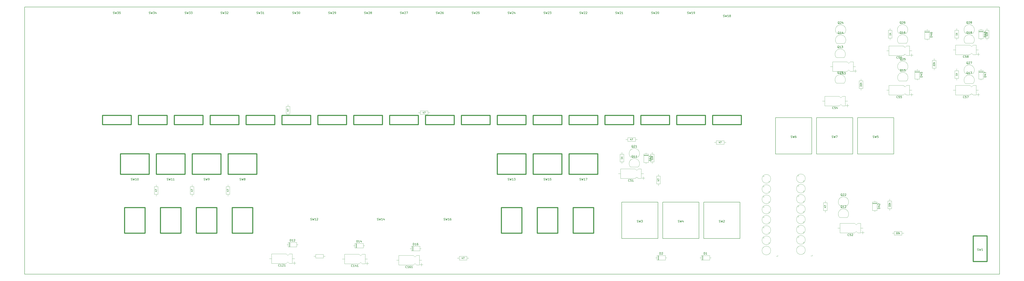
<source format=gbr>
G04 #@! TF.GenerationSoftware,KiCad,Pcbnew,(5.0.0)*
G04 #@! TF.CreationDate,2019-12-09T00:58:10+00:00*
G04 #@! TF.ProjectId,Control Panel,436F6E74726F6C2050616E656C2E6B69,rev?*
G04 #@! TF.SameCoordinates,Original*
G04 #@! TF.FileFunction,Legend,Top*
G04 #@! TF.FilePolarity,Positive*
%FSLAX46Y46*%
G04 Gerber Fmt 4.6, Leading zero omitted, Abs format (unit mm)*
G04 Created by KiCad (PCBNEW (5.0.0)) date 12/09/19 00:58:10*
%MOMM*%
%LPD*%
G01*
G04 APERTURE LIST*
%ADD10C,0.200000*%
%ADD11C,0.500000*%
%ADD12C,0.120000*%
%ADD13C,0.150000*%
%ADD14C,0.127000*%
G04 APERTURE END LIST*
D10*
X0Y-132500000D02*
X0Y0D01*
X483000000Y-132500000D02*
X0Y-132500000D01*
X483000000Y0D02*
X483000000Y-132500000D01*
X0Y0D02*
X483000000Y0D01*
D11*
G04 #@! TO.C,SW8*
X115062000Y-72810000D02*
X100838000Y-72810000D01*
X100838000Y-72810000D02*
X100838000Y-82970000D01*
X115062000Y-82970000D02*
X115062000Y-72810000D01*
X100838000Y-82970000D02*
X115062000Y-82970000D01*
X102870000Y-99480000D02*
X113030000Y-99480000D01*
X113030000Y-99480000D02*
X113030000Y-112180000D01*
X113030000Y-112180000D02*
X102870000Y-112180000D01*
X102870000Y-112180000D02*
X102870000Y-99480000D01*
G04 #@! TO.C,SW9*
X97282000Y-72810000D02*
X83058000Y-72810000D01*
X83058000Y-72810000D02*
X83058000Y-82970000D01*
X97282000Y-82970000D02*
X97282000Y-72810000D01*
X83058000Y-82970000D02*
X97282000Y-82970000D01*
X85090000Y-99480000D02*
X95250000Y-99480000D01*
X95250000Y-99480000D02*
X95250000Y-112180000D01*
X95250000Y-112180000D02*
X85090000Y-112180000D01*
X85090000Y-112180000D02*
X85090000Y-99480000D01*
G04 #@! TO.C,SW10*
X61722000Y-72810000D02*
X47498000Y-72810000D01*
X47498000Y-72810000D02*
X47498000Y-82970000D01*
X61722000Y-82970000D02*
X61722000Y-72810000D01*
X47498000Y-82970000D02*
X61722000Y-82970000D01*
X49530000Y-99480000D02*
X59690000Y-99480000D01*
X59690000Y-99480000D02*
X59690000Y-112180000D01*
X59690000Y-112180000D02*
X49530000Y-112180000D01*
X49530000Y-112180000D02*
X49530000Y-99480000D01*
G04 #@! TO.C,SW11*
X79502000Y-72810000D02*
X65278000Y-72810000D01*
X65278000Y-72810000D02*
X65278000Y-82970000D01*
X79502000Y-82970000D02*
X79502000Y-72810000D01*
X65278000Y-82970000D02*
X79502000Y-82970000D01*
X67310000Y-99480000D02*
X77470000Y-99480000D01*
X77470000Y-99480000D02*
X77470000Y-112180000D01*
X77470000Y-112180000D02*
X67310000Y-112180000D01*
X67310000Y-112180000D02*
X67310000Y-99480000D01*
G04 #@! TO.C,SW13*
X248412000Y-72810000D02*
X234188000Y-72810000D01*
X234188000Y-72810000D02*
X234188000Y-82970000D01*
X248412000Y-82970000D02*
X248412000Y-72810000D01*
X234188000Y-82970000D02*
X248412000Y-82970000D01*
X236220000Y-99480000D02*
X246380000Y-99480000D01*
X246380000Y-99480000D02*
X246380000Y-112180000D01*
X246380000Y-112180000D02*
X236220000Y-112180000D01*
X236220000Y-112180000D02*
X236220000Y-99480000D01*
G04 #@! TO.C,SW15*
X266192000Y-72810000D02*
X251968000Y-72810000D01*
X251968000Y-72810000D02*
X251968000Y-82970000D01*
X266192000Y-82970000D02*
X266192000Y-72810000D01*
X251968000Y-82970000D02*
X266192000Y-82970000D01*
X254000000Y-99480000D02*
X264160000Y-99480000D01*
X264160000Y-99480000D02*
X264160000Y-112180000D01*
X264160000Y-112180000D02*
X254000000Y-112180000D01*
X254000000Y-112180000D02*
X254000000Y-99480000D01*
G04 #@! TO.C,SW17*
X283972000Y-72810000D02*
X269748000Y-72810000D01*
X269748000Y-72810000D02*
X269748000Y-82970000D01*
X283972000Y-82970000D02*
X283972000Y-72810000D01*
X269748000Y-82970000D02*
X283972000Y-82970000D01*
X271780000Y-99480000D02*
X281940000Y-99480000D01*
X281940000Y-99480000D02*
X281940000Y-112180000D01*
X281940000Y-112180000D02*
X271780000Y-112180000D01*
X271780000Y-112180000D02*
X271780000Y-99480000D01*
G04 #@! TO.C,SW35*
X52832000Y-58332000D02*
X38608000Y-58332000D01*
X38608000Y-53760000D02*
X38608000Y-58332000D01*
X52832000Y-53760000D02*
X38608000Y-53760000D01*
X52832000Y-53760000D02*
X52832000Y-58332000D01*
G04 #@! TO.C,SW20*
X319532000Y-58332000D02*
X305308000Y-58332000D01*
X305308000Y-53760000D02*
X305308000Y-58332000D01*
X319532000Y-53760000D02*
X305308000Y-53760000D01*
X319532000Y-53760000D02*
X319532000Y-58332000D01*
G04 #@! TO.C,SW19*
X337312000Y-58332000D02*
X323088000Y-58332000D01*
X323088000Y-53760000D02*
X323088000Y-58332000D01*
X337312000Y-53760000D02*
X323088000Y-53760000D01*
X337312000Y-53760000D02*
X337312000Y-58332000D01*
G04 #@! TO.C,SW18*
X355092000Y-58332000D02*
X340868000Y-58332000D01*
X340868000Y-53760000D02*
X340868000Y-58332000D01*
X355092000Y-53760000D02*
X340868000Y-53760000D01*
X355092000Y-53760000D02*
X355092000Y-58332000D01*
G04 #@! TO.C,SW21*
X301752000Y-58332000D02*
X287528000Y-58332000D01*
X287528000Y-53760000D02*
X287528000Y-58332000D01*
X301752000Y-53760000D02*
X287528000Y-53760000D01*
X301752000Y-53760000D02*
X301752000Y-58332000D01*
G04 #@! TO.C,SW22*
X283972000Y-58332000D02*
X269748000Y-58332000D01*
X269748000Y-53760000D02*
X269748000Y-58332000D01*
X283972000Y-53760000D02*
X269748000Y-53760000D01*
X283972000Y-53760000D02*
X283972000Y-58332000D01*
G04 #@! TO.C,SW23*
X266192000Y-58332000D02*
X251968000Y-58332000D01*
X251968000Y-53760000D02*
X251968000Y-58332000D01*
X266192000Y-53760000D02*
X251968000Y-53760000D01*
X266192000Y-53760000D02*
X266192000Y-58332000D01*
G04 #@! TO.C,SW24*
X248412000Y-58332000D02*
X234188000Y-58332000D01*
X234188000Y-53760000D02*
X234188000Y-58332000D01*
X248412000Y-53760000D02*
X234188000Y-53760000D01*
X248412000Y-53760000D02*
X248412000Y-58332000D01*
G04 #@! TO.C,SW25*
X230632000Y-58332000D02*
X216408000Y-58332000D01*
X216408000Y-53760000D02*
X216408000Y-58332000D01*
X230632000Y-53760000D02*
X216408000Y-53760000D01*
X230632000Y-53760000D02*
X230632000Y-58332000D01*
G04 #@! TO.C,SW26*
X212852000Y-58332000D02*
X198628000Y-58332000D01*
X198628000Y-53760000D02*
X198628000Y-58332000D01*
X212852000Y-53760000D02*
X198628000Y-53760000D01*
X212852000Y-53760000D02*
X212852000Y-58332000D01*
G04 #@! TO.C,SW27*
X195072000Y-58332000D02*
X180848000Y-58332000D01*
X180848000Y-53760000D02*
X180848000Y-58332000D01*
X195072000Y-53760000D02*
X180848000Y-53760000D01*
X195072000Y-53760000D02*
X195072000Y-58332000D01*
G04 #@! TO.C,SW28*
X177292000Y-58332000D02*
X163068000Y-58332000D01*
X163068000Y-53760000D02*
X163068000Y-58332000D01*
X177292000Y-53760000D02*
X163068000Y-53760000D01*
X177292000Y-53760000D02*
X177292000Y-58332000D01*
G04 #@! TO.C,SW29*
X159512000Y-58332000D02*
X145288000Y-58332000D01*
X145288000Y-53760000D02*
X145288000Y-58332000D01*
X159512000Y-53760000D02*
X145288000Y-53760000D01*
X159512000Y-53760000D02*
X159512000Y-58332000D01*
G04 #@! TO.C,SW30*
X141732000Y-58332000D02*
X127508000Y-58332000D01*
X127508000Y-53760000D02*
X127508000Y-58332000D01*
X141732000Y-53760000D02*
X127508000Y-53760000D01*
X141732000Y-53760000D02*
X141732000Y-58332000D01*
G04 #@! TO.C,SW31*
X123952000Y-58332000D02*
X109728000Y-58332000D01*
X109728000Y-53760000D02*
X109728000Y-58332000D01*
X123952000Y-53760000D02*
X109728000Y-53760000D01*
X123952000Y-53760000D02*
X123952000Y-58332000D01*
G04 #@! TO.C,SW32*
X106172000Y-58332000D02*
X91948000Y-58332000D01*
X91948000Y-53760000D02*
X91948000Y-58332000D01*
X106172000Y-53760000D02*
X91948000Y-53760000D01*
X106172000Y-53760000D02*
X106172000Y-58332000D01*
G04 #@! TO.C,SW33*
X88392000Y-58332000D02*
X74168000Y-58332000D01*
X74168000Y-53760000D02*
X74168000Y-58332000D01*
X88392000Y-53760000D02*
X74168000Y-53760000D01*
X88392000Y-53760000D02*
X88392000Y-58332000D01*
G04 #@! TO.C,SW34*
X70612000Y-58332000D02*
X56388000Y-58332000D01*
X56388000Y-53760000D02*
X56388000Y-58332000D01*
X70612000Y-53760000D02*
X56388000Y-53760000D01*
X70612000Y-53760000D02*
X70612000Y-58332000D01*
D12*
G04 #@! TO.C,R431*
X309980000Y-76810000D02*
X311820000Y-76810000D01*
X311820000Y-76810000D02*
X311820000Y-72970000D01*
X311820000Y-72970000D02*
X309980000Y-72970000D01*
X309980000Y-72970000D02*
X309980000Y-76810000D01*
X310900000Y-77760000D02*
X310900000Y-76810000D01*
X310900000Y-72020000D02*
X310900000Y-72970000D01*
D13*
G04 #@! TO.C,SW2*
X336440000Y-114830000D02*
X336440000Y-96830000D01*
X354440000Y-114830000D02*
X336440000Y-114830000D01*
X354440000Y-96830000D02*
X354440000Y-114830000D01*
X336440000Y-96830000D02*
X354440000Y-96830000D01*
G04 #@! TO.C,SW3*
X295800000Y-114830000D02*
X295800000Y-96830000D01*
X313800000Y-114830000D02*
X295800000Y-114830000D01*
X313800000Y-96830000D02*
X313800000Y-114830000D01*
X295800000Y-96830000D02*
X313800000Y-96830000D01*
G04 #@! TO.C,SW4*
X316120000Y-114830000D02*
X316120000Y-96830000D01*
X334120000Y-114830000D02*
X316120000Y-114830000D01*
X334120000Y-96830000D02*
X334120000Y-114830000D01*
X316120000Y-96830000D02*
X334120000Y-96830000D01*
G04 #@! TO.C,SW5*
X412640000Y-72920000D02*
X412640000Y-54920000D01*
X430640000Y-72920000D02*
X412640000Y-72920000D01*
X430640000Y-54920000D02*
X430640000Y-72920000D01*
X412640000Y-54920000D02*
X430640000Y-54920000D01*
G04 #@! TO.C,SW7*
X392320000Y-72920000D02*
X392320000Y-54920000D01*
X410320000Y-72920000D02*
X392320000Y-72920000D01*
X410320000Y-54920000D02*
X410320000Y-72920000D01*
X392320000Y-54920000D02*
X410320000Y-54920000D01*
D12*
G04 #@! TO.C,C51*
X307270000Y-84900000D02*
X305770000Y-84900000D01*
X306520000Y-85650000D02*
X306520000Y-84150000D01*
X305520000Y-85070000D02*
X305520000Y-80330000D01*
X295280000Y-85070000D02*
X295280000Y-80330000D01*
X305520000Y-85070000D02*
X304020000Y-85070000D01*
X304020000Y-85070000D02*
X303270000Y-84320000D01*
X303270000Y-84320000D02*
X302520000Y-85070000D01*
X302520000Y-85070000D02*
X295280000Y-85070000D01*
X305520000Y-80330000D02*
X304020000Y-80330000D01*
X304020000Y-80330000D02*
X303270000Y-81080000D01*
X303270000Y-81080000D02*
X302520000Y-80330000D01*
X302520000Y-80330000D02*
X295280000Y-80330000D01*
X306660000Y-82700000D02*
X305520000Y-82700000D01*
X294140000Y-82700000D02*
X295280000Y-82700000D01*
G04 #@! TO.C,C52*
X402840000Y-109700000D02*
X403980000Y-109700000D01*
X415360000Y-109700000D02*
X414220000Y-109700000D01*
X411220000Y-107330000D02*
X403980000Y-107330000D01*
X411970000Y-108080000D02*
X411220000Y-107330000D01*
X412720000Y-107330000D02*
X411970000Y-108080000D01*
X414220000Y-107330000D02*
X412720000Y-107330000D01*
X411220000Y-112070000D02*
X403980000Y-112070000D01*
X411970000Y-111320000D02*
X411220000Y-112070000D01*
X412720000Y-112070000D02*
X411970000Y-111320000D01*
X414220000Y-112070000D02*
X412720000Y-112070000D01*
X403980000Y-112070000D02*
X403980000Y-107330000D01*
X414220000Y-112070000D02*
X414220000Y-107330000D01*
X415220000Y-112650000D02*
X415220000Y-111150000D01*
X415970000Y-111900000D02*
X414470000Y-111900000D01*
G04 #@! TO.C,C53*
X412270000Y-31800000D02*
X410770000Y-31800000D01*
X411520000Y-32550000D02*
X411520000Y-31050000D01*
X410520000Y-31970000D02*
X410520000Y-27230000D01*
X400280000Y-31970000D02*
X400280000Y-27230000D01*
X410520000Y-31970000D02*
X409020000Y-31970000D01*
X409020000Y-31970000D02*
X408270000Y-31220000D01*
X408270000Y-31220000D02*
X407520000Y-31970000D01*
X407520000Y-31970000D02*
X400280000Y-31970000D01*
X410520000Y-27230000D02*
X409020000Y-27230000D01*
X409020000Y-27230000D02*
X408270000Y-27980000D01*
X408270000Y-27980000D02*
X407520000Y-27230000D01*
X407520000Y-27230000D02*
X400280000Y-27230000D01*
X411660000Y-29600000D02*
X410520000Y-29600000D01*
X399140000Y-29600000D02*
X400280000Y-29600000D01*
G04 #@! TO.C,C54*
X395240000Y-46700000D02*
X396380000Y-46700000D01*
X407760000Y-46700000D02*
X406620000Y-46700000D01*
X403620000Y-44330000D02*
X396380000Y-44330000D01*
X404370000Y-45080000D02*
X403620000Y-44330000D01*
X405120000Y-44330000D02*
X404370000Y-45080000D01*
X406620000Y-44330000D02*
X405120000Y-44330000D01*
X403620000Y-49070000D02*
X396380000Y-49070000D01*
X404370000Y-48320000D02*
X403620000Y-49070000D01*
X405120000Y-49070000D02*
X404370000Y-48320000D01*
X406620000Y-49070000D02*
X405120000Y-49070000D01*
X396380000Y-49070000D02*
X396380000Y-44330000D01*
X406620000Y-49070000D02*
X406620000Y-44330000D01*
X407620000Y-49650000D02*
X407620000Y-48150000D01*
X408370000Y-48900000D02*
X406870000Y-48900000D01*
G04 #@! TO.C,C55*
X440170000Y-43500000D02*
X438670000Y-43500000D01*
X439420000Y-44250000D02*
X439420000Y-42750000D01*
X438420000Y-43670000D02*
X438420000Y-38930000D01*
X428180000Y-43670000D02*
X428180000Y-38930000D01*
X438420000Y-43670000D02*
X436920000Y-43670000D01*
X436920000Y-43670000D02*
X436170000Y-42920000D01*
X436170000Y-42920000D02*
X435420000Y-43670000D01*
X435420000Y-43670000D02*
X428180000Y-43670000D01*
X438420000Y-38930000D02*
X436920000Y-38930000D01*
X436920000Y-38930000D02*
X436170000Y-39680000D01*
X436170000Y-39680000D02*
X435420000Y-38930000D01*
X435420000Y-38930000D02*
X428180000Y-38930000D01*
X439560000Y-41300000D02*
X438420000Y-41300000D01*
X427040000Y-41300000D02*
X428180000Y-41300000D01*
G04 #@! TO.C,C56*
X427040000Y-21700000D02*
X428180000Y-21700000D01*
X439560000Y-21700000D02*
X438420000Y-21700000D01*
X435420000Y-19330000D02*
X428180000Y-19330000D01*
X436170000Y-20080000D02*
X435420000Y-19330000D01*
X436920000Y-19330000D02*
X436170000Y-20080000D01*
X438420000Y-19330000D02*
X436920000Y-19330000D01*
X435420000Y-24070000D02*
X428180000Y-24070000D01*
X436170000Y-23320000D02*
X435420000Y-24070000D01*
X436920000Y-24070000D02*
X436170000Y-23320000D01*
X438420000Y-24070000D02*
X436920000Y-24070000D01*
X428180000Y-24070000D02*
X428180000Y-19330000D01*
X438420000Y-24070000D02*
X438420000Y-19330000D01*
X439420000Y-24650000D02*
X439420000Y-23150000D01*
X440170000Y-23900000D02*
X438670000Y-23900000D01*
G04 #@! TO.C,C57*
X460040000Y-41300000D02*
X461180000Y-41300000D01*
X472560000Y-41300000D02*
X471420000Y-41300000D01*
X468420000Y-38930000D02*
X461180000Y-38930000D01*
X469170000Y-39680000D02*
X468420000Y-38930000D01*
X469920000Y-38930000D02*
X469170000Y-39680000D01*
X471420000Y-38930000D02*
X469920000Y-38930000D01*
X468420000Y-43670000D02*
X461180000Y-43670000D01*
X469170000Y-42920000D02*
X468420000Y-43670000D01*
X469920000Y-43670000D02*
X469170000Y-42920000D01*
X471420000Y-43670000D02*
X469920000Y-43670000D01*
X461180000Y-43670000D02*
X461180000Y-38930000D01*
X471420000Y-43670000D02*
X471420000Y-38930000D01*
X472420000Y-44250000D02*
X472420000Y-42750000D01*
X473170000Y-43500000D02*
X471670000Y-43500000D01*
G04 #@! TO.C,C58*
X473170000Y-23500000D02*
X471670000Y-23500000D01*
X472420000Y-24250000D02*
X472420000Y-22750000D01*
X471420000Y-23670000D02*
X471420000Y-18930000D01*
X461180000Y-23670000D02*
X461180000Y-18930000D01*
X471420000Y-23670000D02*
X469920000Y-23670000D01*
X469920000Y-23670000D02*
X469170000Y-22920000D01*
X469170000Y-22920000D02*
X468420000Y-23670000D01*
X468420000Y-23670000D02*
X461180000Y-23670000D01*
X471420000Y-18930000D02*
X469920000Y-18930000D01*
X469920000Y-18930000D02*
X469170000Y-19680000D01*
X469170000Y-19680000D02*
X468420000Y-18930000D01*
X468420000Y-18930000D02*
X461180000Y-18930000D01*
X472560000Y-21300000D02*
X471420000Y-21300000D01*
X460040000Y-21300000D02*
X461180000Y-21300000D01*
G04 #@! TO.C,C121*
X134370000Y-127000000D02*
X132870000Y-127000000D01*
X133620000Y-127750000D02*
X133620000Y-126250000D01*
X132620000Y-127170000D02*
X132620000Y-122430000D01*
X122380000Y-127170000D02*
X122380000Y-122430000D01*
X132620000Y-127170000D02*
X131120000Y-127170000D01*
X131120000Y-127170000D02*
X130370000Y-126420000D01*
X130370000Y-126420000D02*
X129620000Y-127170000D01*
X129620000Y-127170000D02*
X122380000Y-127170000D01*
X132620000Y-122430000D02*
X131120000Y-122430000D01*
X131120000Y-122430000D02*
X130370000Y-123180000D01*
X130370000Y-123180000D02*
X129620000Y-122430000D01*
X129620000Y-122430000D02*
X122380000Y-122430000D01*
X133760000Y-124800000D02*
X132620000Y-124800000D01*
X121240000Y-124800000D02*
X122380000Y-124800000D01*
G04 #@! TO.C,C141*
X157340000Y-125000000D02*
X158480000Y-125000000D01*
X169860000Y-125000000D02*
X168720000Y-125000000D01*
X165720000Y-122630000D02*
X158480000Y-122630000D01*
X166470000Y-123380000D02*
X165720000Y-122630000D01*
X167220000Y-122630000D02*
X166470000Y-123380000D01*
X168720000Y-122630000D02*
X167220000Y-122630000D01*
X165720000Y-127370000D02*
X158480000Y-127370000D01*
X166470000Y-126620000D02*
X165720000Y-127370000D01*
X167220000Y-127370000D02*
X166470000Y-126620000D01*
X168720000Y-127370000D02*
X167220000Y-127370000D01*
X158480000Y-127370000D02*
X158480000Y-122630000D01*
X168720000Y-127370000D02*
X168720000Y-122630000D01*
X169720000Y-127950000D02*
X169720000Y-126450000D01*
X170470000Y-127200000D02*
X168970000Y-127200000D01*
G04 #@! TO.C,C161*
X197370000Y-127800000D02*
X195870000Y-127800000D01*
X196620000Y-128550000D02*
X196620000Y-127050000D01*
X195620000Y-127970000D02*
X195620000Y-123230000D01*
X185380000Y-127970000D02*
X185380000Y-123230000D01*
X195620000Y-127970000D02*
X194120000Y-127970000D01*
X194120000Y-127970000D02*
X193370000Y-127220000D01*
X193370000Y-127220000D02*
X192620000Y-127970000D01*
X192620000Y-127970000D02*
X185380000Y-127970000D01*
X195620000Y-123230000D02*
X194120000Y-123230000D01*
X194120000Y-123230000D02*
X193370000Y-123980000D01*
X193370000Y-123980000D02*
X192620000Y-123230000D01*
X192620000Y-123230000D02*
X185380000Y-123230000D01*
X196760000Y-125600000D02*
X195620000Y-125600000D01*
X184240000Y-125600000D02*
X185380000Y-125600000D01*
G04 #@! TO.C,D1*
X335790000Y-123280000D02*
X335790000Y-125520000D01*
X336030000Y-123280000D02*
X336030000Y-125520000D01*
X335910000Y-123280000D02*
X335910000Y-125520000D01*
X340080000Y-124400000D02*
X339430000Y-124400000D01*
X334540000Y-124400000D02*
X335190000Y-124400000D01*
X339430000Y-123280000D02*
X335190000Y-123280000D01*
X339430000Y-125520000D02*
X339430000Y-123280000D01*
X335190000Y-125520000D02*
X339430000Y-125520000D01*
X335190000Y-123280000D02*
X335190000Y-125520000D01*
G04 #@! TO.C,D2*
X313290000Y-123280000D02*
X313290000Y-125520000D01*
X313290000Y-125520000D02*
X317530000Y-125520000D01*
X317530000Y-125520000D02*
X317530000Y-123280000D01*
X317530000Y-123280000D02*
X313290000Y-123280000D01*
X312640000Y-124400000D02*
X313290000Y-124400000D01*
X318180000Y-124400000D02*
X317530000Y-124400000D01*
X314010000Y-123280000D02*
X314010000Y-125520000D01*
X314130000Y-123280000D02*
X314130000Y-125520000D01*
X313890000Y-123280000D02*
X313890000Y-125520000D01*
G04 #@! TO.C,D12*
X131190000Y-116780000D02*
X131190000Y-119020000D01*
X131430000Y-116780000D02*
X131430000Y-119020000D01*
X131310000Y-116780000D02*
X131310000Y-119020000D01*
X135480000Y-117900000D02*
X134830000Y-117900000D01*
X129940000Y-117900000D02*
X130590000Y-117900000D01*
X134830000Y-116780000D02*
X130590000Y-116780000D01*
X134830000Y-119020000D02*
X134830000Y-116780000D01*
X130590000Y-119020000D02*
X134830000Y-119020000D01*
X130590000Y-116780000D02*
X130590000Y-119020000D01*
G04 #@! TO.C,D14*
X164190000Y-117280000D02*
X164190000Y-119520000D01*
X164430000Y-117280000D02*
X164430000Y-119520000D01*
X164310000Y-117280000D02*
X164310000Y-119520000D01*
X168480000Y-118400000D02*
X167830000Y-118400000D01*
X162940000Y-118400000D02*
X163590000Y-118400000D01*
X167830000Y-117280000D02*
X163590000Y-117280000D01*
X167830000Y-119520000D02*
X167830000Y-117280000D01*
X163590000Y-119520000D02*
X167830000Y-119520000D01*
X163590000Y-117280000D02*
X163590000Y-119520000D01*
G04 #@! TO.C,D16*
X192190000Y-118680000D02*
X192190000Y-120920000D01*
X192430000Y-118680000D02*
X192430000Y-120920000D01*
X192310000Y-118680000D02*
X192310000Y-120920000D01*
X196480000Y-119800000D02*
X195830000Y-119800000D01*
X190940000Y-119800000D02*
X191590000Y-119800000D01*
X195830000Y-118680000D02*
X191590000Y-118680000D01*
X195830000Y-120920000D02*
X195830000Y-118680000D01*
X191590000Y-120920000D02*
X195830000Y-120920000D01*
X191590000Y-118680000D02*
X191590000Y-120920000D01*
G04 #@! TO.C,D41*
X309020000Y-72890000D02*
X306780000Y-72890000D01*
X306780000Y-72890000D02*
X306780000Y-77130000D01*
X306780000Y-77130000D02*
X309020000Y-77130000D01*
X309020000Y-77130000D02*
X309020000Y-72890000D01*
X307900000Y-72240000D02*
X307900000Y-72890000D01*
X307900000Y-77780000D02*
X307900000Y-77130000D01*
X309020000Y-73610000D02*
X306780000Y-73610000D01*
X309020000Y-73730000D02*
X306780000Y-73730000D01*
X309020000Y-73490000D02*
X306780000Y-73490000D01*
G04 #@! TO.C,D42*
X422320000Y-97290000D02*
X420080000Y-97290000D01*
X422320000Y-97530000D02*
X420080000Y-97530000D01*
X422320000Y-97410000D02*
X420080000Y-97410000D01*
X421200000Y-101580000D02*
X421200000Y-100930000D01*
X421200000Y-96040000D02*
X421200000Y-96690000D01*
X422320000Y-100930000D02*
X422320000Y-96690000D01*
X420080000Y-100930000D02*
X422320000Y-100930000D01*
X420080000Y-96690000D02*
X420080000Y-100930000D01*
X422320000Y-96690000D02*
X420080000Y-96690000D01*
G04 #@! TO.C,D45*
X443320000Y-32090000D02*
X441080000Y-32090000D01*
X443320000Y-32330000D02*
X441080000Y-32330000D01*
X443320000Y-32210000D02*
X441080000Y-32210000D01*
X442200000Y-36380000D02*
X442200000Y-35730000D01*
X442200000Y-30840000D02*
X442200000Y-31490000D01*
X443320000Y-35730000D02*
X443320000Y-31490000D01*
X441080000Y-35730000D02*
X443320000Y-35730000D01*
X441080000Y-31490000D02*
X441080000Y-35730000D01*
X443320000Y-31490000D02*
X441080000Y-31490000D01*
G04 #@! TO.C,D46*
X448220000Y-11690000D02*
X445980000Y-11690000D01*
X445980000Y-11690000D02*
X445980000Y-15930000D01*
X445980000Y-15930000D02*
X448220000Y-15930000D01*
X448220000Y-15930000D02*
X448220000Y-11690000D01*
X447100000Y-11040000D02*
X447100000Y-11690000D01*
X447100000Y-16580000D02*
X447100000Y-15930000D01*
X448220000Y-12410000D02*
X445980000Y-12410000D01*
X448220000Y-12530000D02*
X445980000Y-12530000D01*
X448220000Y-12290000D02*
X445980000Y-12290000D01*
G04 #@! TO.C,D47*
X474920000Y-31490000D02*
X472680000Y-31490000D01*
X472680000Y-31490000D02*
X472680000Y-35730000D01*
X472680000Y-35730000D02*
X474920000Y-35730000D01*
X474920000Y-35730000D02*
X474920000Y-31490000D01*
X473800000Y-30840000D02*
X473800000Y-31490000D01*
X473800000Y-36380000D02*
X473800000Y-35730000D01*
X474920000Y-32210000D02*
X472680000Y-32210000D01*
X474920000Y-32330000D02*
X472680000Y-32330000D01*
X474920000Y-32090000D02*
X472680000Y-32090000D01*
G04 #@! TO.C,D48*
X474920000Y-11490000D02*
X472680000Y-11490000D01*
X472680000Y-11490000D02*
X472680000Y-15730000D01*
X472680000Y-15730000D02*
X474920000Y-15730000D01*
X474920000Y-15730000D02*
X474920000Y-11490000D01*
X473800000Y-10840000D02*
X473800000Y-11490000D01*
X473800000Y-16380000D02*
X473800000Y-15730000D01*
X474920000Y-12210000D02*
X472680000Y-12210000D01*
X474920000Y-12330000D02*
X472680000Y-12330000D01*
X474920000Y-12090000D02*
X472680000Y-12090000D01*
G04 #@! TO.C,Q11*
X304038611Y-79390122D02*
G75*
G03X300150000Y-79400000I-1948611J1690122D01*
G01*
X300150000Y-79400000D02*
X304000000Y-79400000D01*
G04 #@! TO.C,Q12*
X403750000Y-104400000D02*
X407600000Y-104400000D01*
X407638611Y-104390122D02*
G75*
G03X403750000Y-104400000I-1948611J1690122D01*
G01*
G04 #@! TO.C,Q13*
X402150000Y-25100000D02*
X406000000Y-25100000D01*
X406038611Y-25090122D02*
G75*
G03X402150000Y-25100000I-1948611J1690122D01*
G01*
G04 #@! TO.C,Q14*
X402350000Y-18100000D02*
X406200000Y-18100000D01*
X406238611Y-18090122D02*
G75*
G03X402350000Y-18100000I-1948611J1690122D01*
G01*
G04 #@! TO.C,Q15*
X437038611Y-36690122D02*
G75*
G03X433150000Y-36700000I-1948611J1690122D01*
G01*
X433150000Y-36700000D02*
X437000000Y-36700000D01*
G04 #@! TO.C,Q16*
X433050000Y-18000000D02*
X436900000Y-18000000D01*
X436938611Y-17990122D02*
G75*
G03X433050000Y-18000000I-1948611J1690122D01*
G01*
G04 #@! TO.C,Q17*
X469938611Y-37990122D02*
G75*
G03X466050000Y-38000000I-1948611J1690122D01*
G01*
X466050000Y-38000000D02*
X469900000Y-38000000D01*
G04 #@! TO.C,Q18*
X466050000Y-18000000D02*
X469900000Y-18000000D01*
X469938611Y-17990122D02*
G75*
G03X466050000Y-18000000I-1948611J1690122D01*
G01*
G04 #@! TO.C,Q21*
X300150000Y-74400000D02*
X304000000Y-74400000D01*
X304038611Y-74390122D02*
G75*
G03X300150000Y-74400000I-1948611J1690122D01*
G01*
G04 #@! TO.C,Q22*
X407638611Y-98390122D02*
G75*
G03X403750000Y-98400000I-1948611J1690122D01*
G01*
X403750000Y-98400000D02*
X407600000Y-98400000D01*
G04 #@! TO.C,Q23*
X406038611Y-37790122D02*
G75*
G03X402150000Y-37800000I-1948611J1690122D01*
G01*
X402150000Y-37800000D02*
X406000000Y-37800000D01*
G04 #@! TO.C,Q24*
X402350000Y-13100000D02*
X406200000Y-13100000D01*
X406238611Y-13090122D02*
G75*
G03X402350000Y-13100000I-1948611J1690122D01*
G01*
G04 #@! TO.C,Q25*
X433150000Y-31200000D02*
X437000000Y-31200000D01*
X437038611Y-31190122D02*
G75*
G03X433150000Y-31200000I-1948611J1690122D01*
G01*
G04 #@! TO.C,Q26*
X436938611Y-12990122D02*
G75*
G03X433050000Y-13000000I-1948611J1690122D01*
G01*
X433050000Y-13000000D02*
X436900000Y-13000000D01*
G04 #@! TO.C,Q27*
X469938611Y-32990122D02*
G75*
G03X466050000Y-33000000I-1948611J1690122D01*
G01*
X466050000Y-33000000D02*
X469900000Y-33000000D01*
G04 #@! TO.C,Q28*
X469938611Y-12990122D02*
G75*
G03X466050000Y-13000000I-1948611J1690122D01*
G01*
X466050000Y-13000000D02*
X469900000Y-13000000D01*
G04 #@! TO.C,R19*
X215290000Y-123680000D02*
X215290000Y-125520000D01*
X215290000Y-125520000D02*
X219130000Y-125520000D01*
X219130000Y-125520000D02*
X219130000Y-123680000D01*
X219130000Y-123680000D02*
X215290000Y-123680000D01*
X214340000Y-124600000D02*
X215290000Y-124600000D01*
X220080000Y-124600000D02*
X219130000Y-124600000D01*
G04 #@! TO.C,R22*
X200780000Y-52400000D02*
X199830000Y-52400000D01*
X195040000Y-52400000D02*
X195990000Y-52400000D01*
X199830000Y-51480000D02*
X195990000Y-51480000D01*
X199830000Y-53320000D02*
X199830000Y-51480000D01*
X195990000Y-53320000D02*
X199830000Y-53320000D01*
X195990000Y-51480000D02*
X195990000Y-53320000D01*
G04 #@! TO.C,R24*
X302610000Y-66620000D02*
X302610000Y-64780000D01*
X302610000Y-64780000D02*
X298770000Y-64780000D01*
X298770000Y-64780000D02*
X298770000Y-66620000D01*
X298770000Y-66620000D02*
X302610000Y-66620000D01*
X303560000Y-65700000D02*
X302610000Y-65700000D01*
X297820000Y-65700000D02*
X298770000Y-65700000D01*
G04 #@! TO.C,R25*
X396700000Y-96120000D02*
X396700000Y-97070000D01*
X396700000Y-101860000D02*
X396700000Y-100910000D01*
X395780000Y-97070000D02*
X395780000Y-100910000D01*
X397620000Y-97070000D02*
X395780000Y-97070000D01*
X397620000Y-100910000D02*
X397620000Y-97070000D01*
X395780000Y-100910000D02*
X397620000Y-100910000D01*
G04 #@! TO.C,R26*
X130500000Y-48340000D02*
X130500000Y-49290000D01*
X130500000Y-54080000D02*
X130500000Y-53130000D01*
X129580000Y-49290000D02*
X129580000Y-53130000D01*
X131420000Y-49290000D02*
X129580000Y-49290000D01*
X131420000Y-53130000D02*
X131420000Y-49290000D01*
X129580000Y-53130000D02*
X131420000Y-53130000D01*
G04 #@! TO.C,R28*
X347480000Y-67200000D02*
X346530000Y-67200000D01*
X341740000Y-67200000D02*
X342690000Y-67200000D01*
X346530000Y-66280000D02*
X342690000Y-66280000D01*
X346530000Y-68120000D02*
X346530000Y-66280000D01*
X342690000Y-68120000D02*
X346530000Y-68120000D01*
X342690000Y-66280000D02*
X342690000Y-68120000D01*
G04 #@! TO.C,R30*
X66090000Y-89090000D02*
X64250000Y-89090000D01*
X64250000Y-89090000D02*
X64250000Y-92930000D01*
X64250000Y-92930000D02*
X66090000Y-92930000D01*
X66090000Y-92930000D02*
X66090000Y-89090000D01*
X65170000Y-88140000D02*
X65170000Y-89090000D01*
X65170000Y-93880000D02*
X65170000Y-92930000D01*
G04 #@! TO.C,R31*
X83870000Y-89090000D02*
X82030000Y-89090000D01*
X82030000Y-89090000D02*
X82030000Y-92930000D01*
X82030000Y-92930000D02*
X83870000Y-92930000D01*
X83870000Y-92930000D02*
X83870000Y-89090000D01*
X82950000Y-88140000D02*
X82950000Y-89090000D01*
X82950000Y-93880000D02*
X82950000Y-92930000D01*
G04 #@! TO.C,R32*
X100730000Y-93880000D02*
X100730000Y-92930000D01*
X100730000Y-88140000D02*
X100730000Y-89090000D01*
X101650000Y-92930000D02*
X101650000Y-89090000D01*
X99810000Y-92930000D02*
X101650000Y-92930000D01*
X99810000Y-89090000D02*
X99810000Y-92930000D01*
X101650000Y-89090000D02*
X99810000Y-89090000D01*
G04 #@! TO.C,R35*
X313080000Y-87710000D02*
X314920000Y-87710000D01*
X314920000Y-87710000D02*
X314920000Y-83870000D01*
X314920000Y-83870000D02*
X313080000Y-83870000D01*
X313080000Y-83870000D02*
X313080000Y-87710000D01*
X314000000Y-88660000D02*
X314000000Y-87710000D01*
X314000000Y-82920000D02*
X314000000Y-83870000D01*
G04 #@! TO.C,R61*
X294980000Y-76810000D02*
X296820000Y-76810000D01*
X296820000Y-76810000D02*
X296820000Y-72970000D01*
X296820000Y-72970000D02*
X294980000Y-72970000D01*
X294980000Y-72970000D02*
X294980000Y-76810000D01*
X295900000Y-77760000D02*
X295900000Y-76810000D01*
X295900000Y-72020000D02*
X295900000Y-72970000D01*
G04 #@! TO.C,R66*
X428800000Y-10620000D02*
X428800000Y-11570000D01*
X428800000Y-16360000D02*
X428800000Y-15410000D01*
X427880000Y-11570000D02*
X427880000Y-15410000D01*
X429720000Y-11570000D02*
X427880000Y-11570000D01*
X429720000Y-15410000D02*
X429720000Y-11570000D01*
X427880000Y-15410000D02*
X429720000Y-15410000D01*
G04 #@! TO.C,R67*
X460880000Y-35410000D02*
X462720000Y-35410000D01*
X462720000Y-35410000D02*
X462720000Y-31570000D01*
X462720000Y-31570000D02*
X460880000Y-31570000D01*
X460880000Y-31570000D02*
X460880000Y-35410000D01*
X461800000Y-36360000D02*
X461800000Y-35410000D01*
X461800000Y-30620000D02*
X461800000Y-31570000D01*
G04 #@! TO.C,R68*
X460880000Y-15410000D02*
X462720000Y-15410000D01*
X462720000Y-15410000D02*
X462720000Y-11570000D01*
X462720000Y-11570000D02*
X460880000Y-11570000D01*
X460880000Y-11570000D02*
X460880000Y-15410000D01*
X461800000Y-16360000D02*
X461800000Y-15410000D01*
X461800000Y-10620000D02*
X461800000Y-11570000D01*
G04 #@! TO.C,R121*
X144190000Y-122680000D02*
X144190000Y-124520000D01*
X144190000Y-124520000D02*
X148030000Y-124520000D01*
X148030000Y-124520000D02*
X148030000Y-122680000D01*
X148030000Y-122680000D02*
X144190000Y-122680000D01*
X143240000Y-123600000D02*
X144190000Y-123600000D01*
X148980000Y-123600000D02*
X148030000Y-123600000D01*
G04 #@! TO.C,R432*
X428600000Y-95220000D02*
X428600000Y-96170000D01*
X428600000Y-100960000D02*
X428600000Y-100010000D01*
X427680000Y-96170000D02*
X427680000Y-100010000D01*
X429520000Y-96170000D02*
X427680000Y-96170000D01*
X429520000Y-100010000D02*
X429520000Y-96170000D01*
X427680000Y-100010000D02*
X429520000Y-100010000D01*
G04 #@! TO.C,R433*
X415320000Y-36590000D02*
X413480000Y-36590000D01*
X413480000Y-36590000D02*
X413480000Y-40430000D01*
X413480000Y-40430000D02*
X415320000Y-40430000D01*
X415320000Y-40430000D02*
X415320000Y-36590000D01*
X414400000Y-35640000D02*
X414400000Y-36590000D01*
X414400000Y-41380000D02*
X414400000Y-40430000D01*
G04 #@! TO.C,R435*
X435580000Y-112200000D02*
X434630000Y-112200000D01*
X429840000Y-112200000D02*
X430790000Y-112200000D01*
X434630000Y-111280000D02*
X430790000Y-111280000D01*
X434630000Y-113120000D02*
X434630000Y-111280000D01*
X430790000Y-113120000D02*
X434630000Y-113120000D01*
X430790000Y-111280000D02*
X430790000Y-113120000D01*
G04 #@! TO.C,R436*
X449680000Y-30310000D02*
X451520000Y-30310000D01*
X451520000Y-30310000D02*
X451520000Y-26470000D01*
X451520000Y-26470000D02*
X449680000Y-26470000D01*
X449680000Y-26470000D02*
X449680000Y-30310000D01*
X450600000Y-31260000D02*
X450600000Y-30310000D01*
X450600000Y-25520000D02*
X450600000Y-26470000D01*
G04 #@! TO.C,R438*
X476800000Y-10620000D02*
X476800000Y-11570000D01*
X476800000Y-16360000D02*
X476800000Y-15410000D01*
X475880000Y-11570000D02*
X475880000Y-15410000D01*
X477720000Y-11570000D02*
X475880000Y-11570000D01*
X477720000Y-15410000D02*
X477720000Y-11570000D01*
X475880000Y-15410000D02*
X477720000Y-15410000D01*
D11*
G04 #@! TO.C,SW1*
X476829000Y-126250000D02*
X476829000Y-113550000D01*
X469971000Y-126250000D02*
X476829000Y-126250000D01*
X469971000Y-113550000D02*
X469971000Y-126250000D01*
X476829000Y-113550000D02*
X469971000Y-113550000D01*
D13*
G04 #@! TO.C,SW6*
X372000000Y-54920000D02*
X390000000Y-54920000D01*
X390000000Y-54920000D02*
X390000000Y-72920000D01*
X390000000Y-72920000D02*
X372000000Y-72920000D01*
X372000000Y-72920000D02*
X372000000Y-54920000D01*
D12*
G04 #@! TO.C,J10*
X390200000Y-123440000D02*
X390200000Y-122940000D01*
X389460000Y-123440000D02*
X390200000Y-123440000D01*
X385592000Y-86298000D02*
X385988000Y-86693000D01*
X382946000Y-83652000D02*
X383326000Y-84032000D01*
X385874000Y-86047000D02*
X386254000Y-86427000D01*
X383212000Y-83386000D02*
X383608000Y-83781000D01*
X385592000Y-91378000D02*
X385988000Y-91773000D01*
X382946000Y-88732000D02*
X383326000Y-89112000D01*
X385874000Y-91127000D02*
X386254000Y-91507000D01*
X383212000Y-88466000D02*
X383608000Y-88861000D01*
X385592000Y-96458000D02*
X385988000Y-96853000D01*
X382946000Y-93812000D02*
X383326000Y-94192000D01*
X385874000Y-96207000D02*
X386254000Y-96587000D01*
X383212000Y-93546000D02*
X383608000Y-93941000D01*
X385592000Y-101538000D02*
X385988000Y-101933000D01*
X382946000Y-98892000D02*
X383326000Y-99272000D01*
X385874000Y-101287000D02*
X386254000Y-101667000D01*
X383212000Y-98626000D02*
X383608000Y-99021000D01*
X385592000Y-106618000D02*
X385988000Y-107013000D01*
X382946000Y-103972000D02*
X383326000Y-104352000D01*
X385874000Y-106367000D02*
X386254000Y-106747000D01*
X383212000Y-103706000D02*
X383608000Y-104101000D01*
X385592000Y-111698000D02*
X385988000Y-112093000D01*
X382946000Y-109052000D02*
X383326000Y-109432000D01*
X385874000Y-111447000D02*
X386254000Y-111827000D01*
X383212000Y-108786000D02*
X383608000Y-109181000D01*
X385592000Y-116778000D02*
X385988000Y-117173000D01*
X382946000Y-114132000D02*
X383326000Y-114512000D01*
X385874000Y-116527000D02*
X386254000Y-116907000D01*
X383212000Y-113866000D02*
X383608000Y-114261000D01*
X385881000Y-122148000D02*
X385988000Y-122254000D01*
X382946000Y-119212000D02*
X383053000Y-119319000D01*
X386147000Y-121882000D02*
X386254000Y-121988000D01*
X383212000Y-118946000D02*
X383319000Y-119053000D01*
X386780000Y-85040000D02*
G75*
G03X386780000Y-85040000I-2180000J0D01*
G01*
X386780000Y-90120000D02*
G75*
G03X386780000Y-90120000I-2180000J0D01*
G01*
X386780000Y-95200000D02*
G75*
G03X386780000Y-95200000I-2180000J0D01*
G01*
X386780000Y-100280000D02*
G75*
G03X386780000Y-100280000I-2180000J0D01*
G01*
X386780000Y-105360000D02*
G75*
G03X386780000Y-105360000I-2180000J0D01*
G01*
X386780000Y-110440000D02*
G75*
G03X386780000Y-110440000I-2180000J0D01*
G01*
X386780000Y-115520000D02*
G75*
G03X386780000Y-115520000I-2180000J0D01*
G01*
X386780000Y-120600000D02*
G75*
G03X386780000Y-120600000I-2180000J0D01*
G01*
G04 #@! TO.C,J4*
X373100000Y-123640000D02*
X373100000Y-123140000D01*
X372360000Y-123640000D02*
X373100000Y-123640000D01*
X368492000Y-86498000D02*
X368888000Y-86893000D01*
X365846000Y-83852000D02*
X366226000Y-84232000D01*
X368774000Y-86247000D02*
X369154000Y-86627000D01*
X366112000Y-83586000D02*
X366508000Y-83981000D01*
X368492000Y-91578000D02*
X368888000Y-91973000D01*
X365846000Y-88932000D02*
X366226000Y-89312000D01*
X368774000Y-91327000D02*
X369154000Y-91707000D01*
X366112000Y-88666000D02*
X366508000Y-89061000D01*
X368492000Y-96658000D02*
X368888000Y-97053000D01*
X365846000Y-94012000D02*
X366226000Y-94392000D01*
X368774000Y-96407000D02*
X369154000Y-96787000D01*
X366112000Y-93746000D02*
X366508000Y-94141000D01*
X368492000Y-101738000D02*
X368888000Y-102133000D01*
X365846000Y-99092000D02*
X366226000Y-99472000D01*
X368774000Y-101487000D02*
X369154000Y-101867000D01*
X366112000Y-98826000D02*
X366508000Y-99221000D01*
X368492000Y-106818000D02*
X368888000Y-107213000D01*
X365846000Y-104172000D02*
X366226000Y-104552000D01*
X368774000Y-106567000D02*
X369154000Y-106947000D01*
X366112000Y-103906000D02*
X366508000Y-104301000D01*
X368492000Y-111898000D02*
X368888000Y-112293000D01*
X365846000Y-109252000D02*
X366226000Y-109632000D01*
X368774000Y-111647000D02*
X369154000Y-112027000D01*
X366112000Y-108986000D02*
X366508000Y-109381000D01*
X368492000Y-116978000D02*
X368888000Y-117373000D01*
X365846000Y-114332000D02*
X366226000Y-114712000D01*
X368774000Y-116727000D02*
X369154000Y-117107000D01*
X366112000Y-114066000D02*
X366508000Y-114461000D01*
X368781000Y-122348000D02*
X368888000Y-122454000D01*
X365846000Y-119412000D02*
X365953000Y-119519000D01*
X369047000Y-122082000D02*
X369154000Y-122188000D01*
X366112000Y-119146000D02*
X366219000Y-119253000D01*
X369680000Y-85240000D02*
G75*
G03X369680000Y-85240000I-2180000J0D01*
G01*
X369680000Y-90320000D02*
G75*
G03X369680000Y-90320000I-2180000J0D01*
G01*
X369680000Y-95400000D02*
G75*
G03X369680000Y-95400000I-2180000J0D01*
G01*
X369680000Y-100480000D02*
G75*
G03X369680000Y-100480000I-2180000J0D01*
G01*
X369680000Y-105560000D02*
G75*
G03X369680000Y-105560000I-2180000J0D01*
G01*
X369680000Y-110640000D02*
G75*
G03X369680000Y-110640000I-2180000J0D01*
G01*
X369680000Y-115720000D02*
G75*
G03X369680000Y-115720000I-2180000J0D01*
G01*
X369680000Y-120800000D02*
G75*
G03X369680000Y-120800000I-2180000J0D01*
G01*
G04 #@! TO.C,SW8*
D13*
X106616666Y-85906761D02*
X106759523Y-85954380D01*
X106997619Y-85954380D01*
X107092857Y-85906761D01*
X107140476Y-85859142D01*
X107188095Y-85763904D01*
X107188095Y-85668666D01*
X107140476Y-85573428D01*
X107092857Y-85525809D01*
X106997619Y-85478190D01*
X106807142Y-85430571D01*
X106711904Y-85382952D01*
X106664285Y-85335333D01*
X106616666Y-85240095D01*
X106616666Y-85144857D01*
X106664285Y-85049619D01*
X106711904Y-85002000D01*
X106807142Y-84954380D01*
X107045238Y-84954380D01*
X107188095Y-85002000D01*
X107521428Y-84954380D02*
X107759523Y-85954380D01*
X107950000Y-85240095D01*
X108140476Y-85954380D01*
X108378571Y-84954380D01*
X108902380Y-85382952D02*
X108807142Y-85335333D01*
X108759523Y-85287714D01*
X108711904Y-85192476D01*
X108711904Y-85144857D01*
X108759523Y-85049619D01*
X108807142Y-85002000D01*
X108902380Y-84954380D01*
X109092857Y-84954380D01*
X109188095Y-85002000D01*
X109235714Y-85049619D01*
X109283333Y-85144857D01*
X109283333Y-85192476D01*
X109235714Y-85287714D01*
X109188095Y-85335333D01*
X109092857Y-85382952D01*
X108902380Y-85382952D01*
X108807142Y-85430571D01*
X108759523Y-85478190D01*
X108711904Y-85573428D01*
X108711904Y-85763904D01*
X108759523Y-85859142D01*
X108807142Y-85906761D01*
X108902380Y-85954380D01*
X109092857Y-85954380D01*
X109188095Y-85906761D01*
X109235714Y-85859142D01*
X109283333Y-85763904D01*
X109283333Y-85573428D01*
X109235714Y-85478190D01*
X109188095Y-85430571D01*
X109092857Y-85382952D01*
G04 #@! TO.C,SW9*
X88836666Y-85906761D02*
X88979523Y-85954380D01*
X89217619Y-85954380D01*
X89312857Y-85906761D01*
X89360476Y-85859142D01*
X89408095Y-85763904D01*
X89408095Y-85668666D01*
X89360476Y-85573428D01*
X89312857Y-85525809D01*
X89217619Y-85478190D01*
X89027142Y-85430571D01*
X88931904Y-85382952D01*
X88884285Y-85335333D01*
X88836666Y-85240095D01*
X88836666Y-85144857D01*
X88884285Y-85049619D01*
X88931904Y-85002000D01*
X89027142Y-84954380D01*
X89265238Y-84954380D01*
X89408095Y-85002000D01*
X89741428Y-84954380D02*
X89979523Y-85954380D01*
X90170000Y-85240095D01*
X90360476Y-85954380D01*
X90598571Y-84954380D01*
X91027142Y-85954380D02*
X91217619Y-85954380D01*
X91312857Y-85906761D01*
X91360476Y-85859142D01*
X91455714Y-85716285D01*
X91503333Y-85525809D01*
X91503333Y-85144857D01*
X91455714Y-85049619D01*
X91408095Y-85002000D01*
X91312857Y-84954380D01*
X91122380Y-84954380D01*
X91027142Y-85002000D01*
X90979523Y-85049619D01*
X90931904Y-85144857D01*
X90931904Y-85382952D01*
X90979523Y-85478190D01*
X91027142Y-85525809D01*
X91122380Y-85573428D01*
X91312857Y-85573428D01*
X91408095Y-85525809D01*
X91455714Y-85478190D01*
X91503333Y-85382952D01*
G04 #@! TO.C,SW10*
X52800476Y-85906761D02*
X52943333Y-85954380D01*
X53181428Y-85954380D01*
X53276666Y-85906761D01*
X53324285Y-85859142D01*
X53371904Y-85763904D01*
X53371904Y-85668666D01*
X53324285Y-85573428D01*
X53276666Y-85525809D01*
X53181428Y-85478190D01*
X52990952Y-85430571D01*
X52895714Y-85382952D01*
X52848095Y-85335333D01*
X52800476Y-85240095D01*
X52800476Y-85144857D01*
X52848095Y-85049619D01*
X52895714Y-85002000D01*
X52990952Y-84954380D01*
X53229047Y-84954380D01*
X53371904Y-85002000D01*
X53705238Y-84954380D02*
X53943333Y-85954380D01*
X54133809Y-85240095D01*
X54324285Y-85954380D01*
X54562380Y-84954380D01*
X55467142Y-85954380D02*
X54895714Y-85954380D01*
X55181428Y-85954380D02*
X55181428Y-84954380D01*
X55086190Y-85097238D01*
X54990952Y-85192476D01*
X54895714Y-85240095D01*
X56086190Y-84954380D02*
X56181428Y-84954380D01*
X56276666Y-85002000D01*
X56324285Y-85049619D01*
X56371904Y-85144857D01*
X56419523Y-85335333D01*
X56419523Y-85573428D01*
X56371904Y-85763904D01*
X56324285Y-85859142D01*
X56276666Y-85906761D01*
X56181428Y-85954380D01*
X56086190Y-85954380D01*
X55990952Y-85906761D01*
X55943333Y-85859142D01*
X55895714Y-85763904D01*
X55848095Y-85573428D01*
X55848095Y-85335333D01*
X55895714Y-85144857D01*
X55943333Y-85049619D01*
X55990952Y-85002000D01*
X56086190Y-84954380D01*
G04 #@! TO.C,SW11*
X70580476Y-85906761D02*
X70723333Y-85954380D01*
X70961428Y-85954380D01*
X71056666Y-85906761D01*
X71104285Y-85859142D01*
X71151904Y-85763904D01*
X71151904Y-85668666D01*
X71104285Y-85573428D01*
X71056666Y-85525809D01*
X70961428Y-85478190D01*
X70770952Y-85430571D01*
X70675714Y-85382952D01*
X70628095Y-85335333D01*
X70580476Y-85240095D01*
X70580476Y-85144857D01*
X70628095Y-85049619D01*
X70675714Y-85002000D01*
X70770952Y-84954380D01*
X71009047Y-84954380D01*
X71151904Y-85002000D01*
X71485238Y-84954380D02*
X71723333Y-85954380D01*
X71913809Y-85240095D01*
X72104285Y-85954380D01*
X72342380Y-84954380D01*
X73247142Y-85954380D02*
X72675714Y-85954380D01*
X72961428Y-85954380D02*
X72961428Y-84954380D01*
X72866190Y-85097238D01*
X72770952Y-85192476D01*
X72675714Y-85240095D01*
X74199523Y-85954380D02*
X73628095Y-85954380D01*
X73913809Y-85954380D02*
X73913809Y-84954380D01*
X73818571Y-85097238D01*
X73723333Y-85192476D01*
X73628095Y-85240095D01*
G04 #@! TO.C,SW13*
X239490476Y-85906761D02*
X239633333Y-85954380D01*
X239871428Y-85954380D01*
X239966666Y-85906761D01*
X240014285Y-85859142D01*
X240061904Y-85763904D01*
X240061904Y-85668666D01*
X240014285Y-85573428D01*
X239966666Y-85525809D01*
X239871428Y-85478190D01*
X239680952Y-85430571D01*
X239585714Y-85382952D01*
X239538095Y-85335333D01*
X239490476Y-85240095D01*
X239490476Y-85144857D01*
X239538095Y-85049619D01*
X239585714Y-85002000D01*
X239680952Y-84954380D01*
X239919047Y-84954380D01*
X240061904Y-85002000D01*
X240395238Y-84954380D02*
X240633333Y-85954380D01*
X240823809Y-85240095D01*
X241014285Y-85954380D01*
X241252380Y-84954380D01*
X242157142Y-85954380D02*
X241585714Y-85954380D01*
X241871428Y-85954380D02*
X241871428Y-84954380D01*
X241776190Y-85097238D01*
X241680952Y-85192476D01*
X241585714Y-85240095D01*
X242490476Y-84954380D02*
X243109523Y-84954380D01*
X242776190Y-85335333D01*
X242919047Y-85335333D01*
X243014285Y-85382952D01*
X243061904Y-85430571D01*
X243109523Y-85525809D01*
X243109523Y-85763904D01*
X243061904Y-85859142D01*
X243014285Y-85906761D01*
X242919047Y-85954380D01*
X242633333Y-85954380D01*
X242538095Y-85906761D01*
X242490476Y-85859142D01*
G04 #@! TO.C,SW15*
X257270476Y-85906761D02*
X257413333Y-85954380D01*
X257651428Y-85954380D01*
X257746666Y-85906761D01*
X257794285Y-85859142D01*
X257841904Y-85763904D01*
X257841904Y-85668666D01*
X257794285Y-85573428D01*
X257746666Y-85525809D01*
X257651428Y-85478190D01*
X257460952Y-85430571D01*
X257365714Y-85382952D01*
X257318095Y-85335333D01*
X257270476Y-85240095D01*
X257270476Y-85144857D01*
X257318095Y-85049619D01*
X257365714Y-85002000D01*
X257460952Y-84954380D01*
X257699047Y-84954380D01*
X257841904Y-85002000D01*
X258175238Y-84954380D02*
X258413333Y-85954380D01*
X258603809Y-85240095D01*
X258794285Y-85954380D01*
X259032380Y-84954380D01*
X259937142Y-85954380D02*
X259365714Y-85954380D01*
X259651428Y-85954380D02*
X259651428Y-84954380D01*
X259556190Y-85097238D01*
X259460952Y-85192476D01*
X259365714Y-85240095D01*
X260841904Y-84954380D02*
X260365714Y-84954380D01*
X260318095Y-85430571D01*
X260365714Y-85382952D01*
X260460952Y-85335333D01*
X260699047Y-85335333D01*
X260794285Y-85382952D01*
X260841904Y-85430571D01*
X260889523Y-85525809D01*
X260889523Y-85763904D01*
X260841904Y-85859142D01*
X260794285Y-85906761D01*
X260699047Y-85954380D01*
X260460952Y-85954380D01*
X260365714Y-85906761D01*
X260318095Y-85859142D01*
G04 #@! TO.C,SW17*
X275050476Y-85906761D02*
X275193333Y-85954380D01*
X275431428Y-85954380D01*
X275526666Y-85906761D01*
X275574285Y-85859142D01*
X275621904Y-85763904D01*
X275621904Y-85668666D01*
X275574285Y-85573428D01*
X275526666Y-85525809D01*
X275431428Y-85478190D01*
X275240952Y-85430571D01*
X275145714Y-85382952D01*
X275098095Y-85335333D01*
X275050476Y-85240095D01*
X275050476Y-85144857D01*
X275098095Y-85049619D01*
X275145714Y-85002000D01*
X275240952Y-84954380D01*
X275479047Y-84954380D01*
X275621904Y-85002000D01*
X275955238Y-84954380D02*
X276193333Y-85954380D01*
X276383809Y-85240095D01*
X276574285Y-85954380D01*
X276812380Y-84954380D01*
X277717142Y-85954380D02*
X277145714Y-85954380D01*
X277431428Y-85954380D02*
X277431428Y-84954380D01*
X277336190Y-85097238D01*
X277240952Y-85192476D01*
X277145714Y-85240095D01*
X278050476Y-84954380D02*
X278717142Y-84954380D01*
X278288571Y-85954380D01*
G04 #@! TO.C,SW35*
X43910476Y-3364761D02*
X44053333Y-3412380D01*
X44291428Y-3412380D01*
X44386666Y-3364761D01*
X44434285Y-3317142D01*
X44481904Y-3221904D01*
X44481904Y-3126666D01*
X44434285Y-3031428D01*
X44386666Y-2983809D01*
X44291428Y-2936190D01*
X44100952Y-2888571D01*
X44005714Y-2840952D01*
X43958095Y-2793333D01*
X43910476Y-2698095D01*
X43910476Y-2602857D01*
X43958095Y-2507619D01*
X44005714Y-2460000D01*
X44100952Y-2412380D01*
X44339047Y-2412380D01*
X44481904Y-2460000D01*
X44815238Y-2412380D02*
X45053333Y-3412380D01*
X45243809Y-2698095D01*
X45434285Y-3412380D01*
X45672380Y-2412380D01*
X45958095Y-2412380D02*
X46577142Y-2412380D01*
X46243809Y-2793333D01*
X46386666Y-2793333D01*
X46481904Y-2840952D01*
X46529523Y-2888571D01*
X46577142Y-2983809D01*
X46577142Y-3221904D01*
X46529523Y-3317142D01*
X46481904Y-3364761D01*
X46386666Y-3412380D01*
X46100952Y-3412380D01*
X46005714Y-3364761D01*
X45958095Y-3317142D01*
X47481904Y-2412380D02*
X47005714Y-2412380D01*
X46958095Y-2888571D01*
X47005714Y-2840952D01*
X47100952Y-2793333D01*
X47339047Y-2793333D01*
X47434285Y-2840952D01*
X47481904Y-2888571D01*
X47529523Y-2983809D01*
X47529523Y-3221904D01*
X47481904Y-3317142D01*
X47434285Y-3364761D01*
X47339047Y-3412380D01*
X47100952Y-3412380D01*
X47005714Y-3364761D01*
X46958095Y-3317142D01*
G04 #@! TO.C,SW20*
X310610476Y-3364761D02*
X310753333Y-3412380D01*
X310991428Y-3412380D01*
X311086666Y-3364761D01*
X311134285Y-3317142D01*
X311181904Y-3221904D01*
X311181904Y-3126666D01*
X311134285Y-3031428D01*
X311086666Y-2983809D01*
X310991428Y-2936190D01*
X310800952Y-2888571D01*
X310705714Y-2840952D01*
X310658095Y-2793333D01*
X310610476Y-2698095D01*
X310610476Y-2602857D01*
X310658095Y-2507619D01*
X310705714Y-2460000D01*
X310800952Y-2412380D01*
X311039047Y-2412380D01*
X311181904Y-2460000D01*
X311515238Y-2412380D02*
X311753333Y-3412380D01*
X311943809Y-2698095D01*
X312134285Y-3412380D01*
X312372380Y-2412380D01*
X312705714Y-2507619D02*
X312753333Y-2460000D01*
X312848571Y-2412380D01*
X313086666Y-2412380D01*
X313181904Y-2460000D01*
X313229523Y-2507619D01*
X313277142Y-2602857D01*
X313277142Y-2698095D01*
X313229523Y-2840952D01*
X312658095Y-3412380D01*
X313277142Y-3412380D01*
X313896190Y-2412380D02*
X313991428Y-2412380D01*
X314086666Y-2460000D01*
X314134285Y-2507619D01*
X314181904Y-2602857D01*
X314229523Y-2793333D01*
X314229523Y-3031428D01*
X314181904Y-3221904D01*
X314134285Y-3317142D01*
X314086666Y-3364761D01*
X313991428Y-3412380D01*
X313896190Y-3412380D01*
X313800952Y-3364761D01*
X313753333Y-3317142D01*
X313705714Y-3221904D01*
X313658095Y-3031428D01*
X313658095Y-2793333D01*
X313705714Y-2602857D01*
X313753333Y-2507619D01*
X313800952Y-2460000D01*
X313896190Y-2412380D01*
G04 #@! TO.C,SW19*
X328390476Y-3364761D02*
X328533333Y-3412380D01*
X328771428Y-3412380D01*
X328866666Y-3364761D01*
X328914285Y-3317142D01*
X328961904Y-3221904D01*
X328961904Y-3126666D01*
X328914285Y-3031428D01*
X328866666Y-2983809D01*
X328771428Y-2936190D01*
X328580952Y-2888571D01*
X328485714Y-2840952D01*
X328438095Y-2793333D01*
X328390476Y-2698095D01*
X328390476Y-2602857D01*
X328438095Y-2507619D01*
X328485714Y-2460000D01*
X328580952Y-2412380D01*
X328819047Y-2412380D01*
X328961904Y-2460000D01*
X329295238Y-2412380D02*
X329533333Y-3412380D01*
X329723809Y-2698095D01*
X329914285Y-3412380D01*
X330152380Y-2412380D01*
X331057142Y-3412380D02*
X330485714Y-3412380D01*
X330771428Y-3412380D02*
X330771428Y-2412380D01*
X330676190Y-2555238D01*
X330580952Y-2650476D01*
X330485714Y-2698095D01*
X331533333Y-3412380D02*
X331723809Y-3412380D01*
X331819047Y-3364761D01*
X331866666Y-3317142D01*
X331961904Y-3174285D01*
X332009523Y-2983809D01*
X332009523Y-2602857D01*
X331961904Y-2507619D01*
X331914285Y-2460000D01*
X331819047Y-2412380D01*
X331628571Y-2412380D01*
X331533333Y-2460000D01*
X331485714Y-2507619D01*
X331438095Y-2602857D01*
X331438095Y-2840952D01*
X331485714Y-2936190D01*
X331533333Y-2983809D01*
X331628571Y-3031428D01*
X331819047Y-3031428D01*
X331914285Y-2983809D01*
X331961904Y-2936190D01*
X332009523Y-2840952D01*
G04 #@! TO.C,SW18*
X346170476Y-4896761D02*
X346313333Y-4944380D01*
X346551428Y-4944380D01*
X346646666Y-4896761D01*
X346694285Y-4849142D01*
X346741904Y-4753904D01*
X346741904Y-4658666D01*
X346694285Y-4563428D01*
X346646666Y-4515809D01*
X346551428Y-4468190D01*
X346360952Y-4420571D01*
X346265714Y-4372952D01*
X346218095Y-4325333D01*
X346170476Y-4230095D01*
X346170476Y-4134857D01*
X346218095Y-4039619D01*
X346265714Y-3992000D01*
X346360952Y-3944380D01*
X346599047Y-3944380D01*
X346741904Y-3992000D01*
X347075238Y-3944380D02*
X347313333Y-4944380D01*
X347503809Y-4230095D01*
X347694285Y-4944380D01*
X347932380Y-3944380D01*
X348837142Y-4944380D02*
X348265714Y-4944380D01*
X348551428Y-4944380D02*
X348551428Y-3944380D01*
X348456190Y-4087238D01*
X348360952Y-4182476D01*
X348265714Y-4230095D01*
X349408571Y-4372952D02*
X349313333Y-4325333D01*
X349265714Y-4277714D01*
X349218095Y-4182476D01*
X349218095Y-4134857D01*
X349265714Y-4039619D01*
X349313333Y-3992000D01*
X349408571Y-3944380D01*
X349599047Y-3944380D01*
X349694285Y-3992000D01*
X349741904Y-4039619D01*
X349789523Y-4134857D01*
X349789523Y-4182476D01*
X349741904Y-4277714D01*
X349694285Y-4325333D01*
X349599047Y-4372952D01*
X349408571Y-4372952D01*
X349313333Y-4420571D01*
X349265714Y-4468190D01*
X349218095Y-4563428D01*
X349218095Y-4753904D01*
X349265714Y-4849142D01*
X349313333Y-4896761D01*
X349408571Y-4944380D01*
X349599047Y-4944380D01*
X349694285Y-4896761D01*
X349741904Y-4849142D01*
X349789523Y-4753904D01*
X349789523Y-4563428D01*
X349741904Y-4468190D01*
X349694285Y-4420571D01*
X349599047Y-4372952D01*
G04 #@! TO.C,SW21*
X292830476Y-3364761D02*
X292973333Y-3412380D01*
X293211428Y-3412380D01*
X293306666Y-3364761D01*
X293354285Y-3317142D01*
X293401904Y-3221904D01*
X293401904Y-3126666D01*
X293354285Y-3031428D01*
X293306666Y-2983809D01*
X293211428Y-2936190D01*
X293020952Y-2888571D01*
X292925714Y-2840952D01*
X292878095Y-2793333D01*
X292830476Y-2698095D01*
X292830476Y-2602857D01*
X292878095Y-2507619D01*
X292925714Y-2460000D01*
X293020952Y-2412380D01*
X293259047Y-2412380D01*
X293401904Y-2460000D01*
X293735238Y-2412380D02*
X293973333Y-3412380D01*
X294163809Y-2698095D01*
X294354285Y-3412380D01*
X294592380Y-2412380D01*
X294925714Y-2507619D02*
X294973333Y-2460000D01*
X295068571Y-2412380D01*
X295306666Y-2412380D01*
X295401904Y-2460000D01*
X295449523Y-2507619D01*
X295497142Y-2602857D01*
X295497142Y-2698095D01*
X295449523Y-2840952D01*
X294878095Y-3412380D01*
X295497142Y-3412380D01*
X296449523Y-3412380D02*
X295878095Y-3412380D01*
X296163809Y-3412380D02*
X296163809Y-2412380D01*
X296068571Y-2555238D01*
X295973333Y-2650476D01*
X295878095Y-2698095D01*
G04 #@! TO.C,SW22*
X275050476Y-3364761D02*
X275193333Y-3412380D01*
X275431428Y-3412380D01*
X275526666Y-3364761D01*
X275574285Y-3317142D01*
X275621904Y-3221904D01*
X275621904Y-3126666D01*
X275574285Y-3031428D01*
X275526666Y-2983809D01*
X275431428Y-2936190D01*
X275240952Y-2888571D01*
X275145714Y-2840952D01*
X275098095Y-2793333D01*
X275050476Y-2698095D01*
X275050476Y-2602857D01*
X275098095Y-2507619D01*
X275145714Y-2460000D01*
X275240952Y-2412380D01*
X275479047Y-2412380D01*
X275621904Y-2460000D01*
X275955238Y-2412380D02*
X276193333Y-3412380D01*
X276383809Y-2698095D01*
X276574285Y-3412380D01*
X276812380Y-2412380D01*
X277145714Y-2507619D02*
X277193333Y-2460000D01*
X277288571Y-2412380D01*
X277526666Y-2412380D01*
X277621904Y-2460000D01*
X277669523Y-2507619D01*
X277717142Y-2602857D01*
X277717142Y-2698095D01*
X277669523Y-2840952D01*
X277098095Y-3412380D01*
X277717142Y-3412380D01*
X278098095Y-2507619D02*
X278145714Y-2460000D01*
X278240952Y-2412380D01*
X278479047Y-2412380D01*
X278574285Y-2460000D01*
X278621904Y-2507619D01*
X278669523Y-2602857D01*
X278669523Y-2698095D01*
X278621904Y-2840952D01*
X278050476Y-3412380D01*
X278669523Y-3412380D01*
G04 #@! TO.C,SW23*
X257270476Y-3364761D02*
X257413333Y-3412380D01*
X257651428Y-3412380D01*
X257746666Y-3364761D01*
X257794285Y-3317142D01*
X257841904Y-3221904D01*
X257841904Y-3126666D01*
X257794285Y-3031428D01*
X257746666Y-2983809D01*
X257651428Y-2936190D01*
X257460952Y-2888571D01*
X257365714Y-2840952D01*
X257318095Y-2793333D01*
X257270476Y-2698095D01*
X257270476Y-2602857D01*
X257318095Y-2507619D01*
X257365714Y-2460000D01*
X257460952Y-2412380D01*
X257699047Y-2412380D01*
X257841904Y-2460000D01*
X258175238Y-2412380D02*
X258413333Y-3412380D01*
X258603809Y-2698095D01*
X258794285Y-3412380D01*
X259032380Y-2412380D01*
X259365714Y-2507619D02*
X259413333Y-2460000D01*
X259508571Y-2412380D01*
X259746666Y-2412380D01*
X259841904Y-2460000D01*
X259889523Y-2507619D01*
X259937142Y-2602857D01*
X259937142Y-2698095D01*
X259889523Y-2840952D01*
X259318095Y-3412380D01*
X259937142Y-3412380D01*
X260270476Y-2412380D02*
X260889523Y-2412380D01*
X260556190Y-2793333D01*
X260699047Y-2793333D01*
X260794285Y-2840952D01*
X260841904Y-2888571D01*
X260889523Y-2983809D01*
X260889523Y-3221904D01*
X260841904Y-3317142D01*
X260794285Y-3364761D01*
X260699047Y-3412380D01*
X260413333Y-3412380D01*
X260318095Y-3364761D01*
X260270476Y-3317142D01*
G04 #@! TO.C,SW24*
X239490476Y-3364761D02*
X239633333Y-3412380D01*
X239871428Y-3412380D01*
X239966666Y-3364761D01*
X240014285Y-3317142D01*
X240061904Y-3221904D01*
X240061904Y-3126666D01*
X240014285Y-3031428D01*
X239966666Y-2983809D01*
X239871428Y-2936190D01*
X239680952Y-2888571D01*
X239585714Y-2840952D01*
X239538095Y-2793333D01*
X239490476Y-2698095D01*
X239490476Y-2602857D01*
X239538095Y-2507619D01*
X239585714Y-2460000D01*
X239680952Y-2412380D01*
X239919047Y-2412380D01*
X240061904Y-2460000D01*
X240395238Y-2412380D02*
X240633333Y-3412380D01*
X240823809Y-2698095D01*
X241014285Y-3412380D01*
X241252380Y-2412380D01*
X241585714Y-2507619D02*
X241633333Y-2460000D01*
X241728571Y-2412380D01*
X241966666Y-2412380D01*
X242061904Y-2460000D01*
X242109523Y-2507619D01*
X242157142Y-2602857D01*
X242157142Y-2698095D01*
X242109523Y-2840952D01*
X241538095Y-3412380D01*
X242157142Y-3412380D01*
X243014285Y-2745714D02*
X243014285Y-3412380D01*
X242776190Y-2364761D02*
X242538095Y-3079047D01*
X243157142Y-3079047D01*
G04 #@! TO.C,SW25*
X221710476Y-3364761D02*
X221853333Y-3412380D01*
X222091428Y-3412380D01*
X222186666Y-3364761D01*
X222234285Y-3317142D01*
X222281904Y-3221904D01*
X222281904Y-3126666D01*
X222234285Y-3031428D01*
X222186666Y-2983809D01*
X222091428Y-2936190D01*
X221900952Y-2888571D01*
X221805714Y-2840952D01*
X221758095Y-2793333D01*
X221710476Y-2698095D01*
X221710476Y-2602857D01*
X221758095Y-2507619D01*
X221805714Y-2460000D01*
X221900952Y-2412380D01*
X222139047Y-2412380D01*
X222281904Y-2460000D01*
X222615238Y-2412380D02*
X222853333Y-3412380D01*
X223043809Y-2698095D01*
X223234285Y-3412380D01*
X223472380Y-2412380D01*
X223805714Y-2507619D02*
X223853333Y-2460000D01*
X223948571Y-2412380D01*
X224186666Y-2412380D01*
X224281904Y-2460000D01*
X224329523Y-2507619D01*
X224377142Y-2602857D01*
X224377142Y-2698095D01*
X224329523Y-2840952D01*
X223758095Y-3412380D01*
X224377142Y-3412380D01*
X225281904Y-2412380D02*
X224805714Y-2412380D01*
X224758095Y-2888571D01*
X224805714Y-2840952D01*
X224900952Y-2793333D01*
X225139047Y-2793333D01*
X225234285Y-2840952D01*
X225281904Y-2888571D01*
X225329523Y-2983809D01*
X225329523Y-3221904D01*
X225281904Y-3317142D01*
X225234285Y-3364761D01*
X225139047Y-3412380D01*
X224900952Y-3412380D01*
X224805714Y-3364761D01*
X224758095Y-3317142D01*
G04 #@! TO.C,SW26*
X203930476Y-3364761D02*
X204073333Y-3412380D01*
X204311428Y-3412380D01*
X204406666Y-3364761D01*
X204454285Y-3317142D01*
X204501904Y-3221904D01*
X204501904Y-3126666D01*
X204454285Y-3031428D01*
X204406666Y-2983809D01*
X204311428Y-2936190D01*
X204120952Y-2888571D01*
X204025714Y-2840952D01*
X203978095Y-2793333D01*
X203930476Y-2698095D01*
X203930476Y-2602857D01*
X203978095Y-2507619D01*
X204025714Y-2460000D01*
X204120952Y-2412380D01*
X204359047Y-2412380D01*
X204501904Y-2460000D01*
X204835238Y-2412380D02*
X205073333Y-3412380D01*
X205263809Y-2698095D01*
X205454285Y-3412380D01*
X205692380Y-2412380D01*
X206025714Y-2507619D02*
X206073333Y-2460000D01*
X206168571Y-2412380D01*
X206406666Y-2412380D01*
X206501904Y-2460000D01*
X206549523Y-2507619D01*
X206597142Y-2602857D01*
X206597142Y-2698095D01*
X206549523Y-2840952D01*
X205978095Y-3412380D01*
X206597142Y-3412380D01*
X207454285Y-2412380D02*
X207263809Y-2412380D01*
X207168571Y-2460000D01*
X207120952Y-2507619D01*
X207025714Y-2650476D01*
X206978095Y-2840952D01*
X206978095Y-3221904D01*
X207025714Y-3317142D01*
X207073333Y-3364761D01*
X207168571Y-3412380D01*
X207359047Y-3412380D01*
X207454285Y-3364761D01*
X207501904Y-3317142D01*
X207549523Y-3221904D01*
X207549523Y-2983809D01*
X207501904Y-2888571D01*
X207454285Y-2840952D01*
X207359047Y-2793333D01*
X207168571Y-2793333D01*
X207073333Y-2840952D01*
X207025714Y-2888571D01*
X206978095Y-2983809D01*
G04 #@! TO.C,SW27*
X186150476Y-3364761D02*
X186293333Y-3412380D01*
X186531428Y-3412380D01*
X186626666Y-3364761D01*
X186674285Y-3317142D01*
X186721904Y-3221904D01*
X186721904Y-3126666D01*
X186674285Y-3031428D01*
X186626666Y-2983809D01*
X186531428Y-2936190D01*
X186340952Y-2888571D01*
X186245714Y-2840952D01*
X186198095Y-2793333D01*
X186150476Y-2698095D01*
X186150476Y-2602857D01*
X186198095Y-2507619D01*
X186245714Y-2460000D01*
X186340952Y-2412380D01*
X186579047Y-2412380D01*
X186721904Y-2460000D01*
X187055238Y-2412380D02*
X187293333Y-3412380D01*
X187483809Y-2698095D01*
X187674285Y-3412380D01*
X187912380Y-2412380D01*
X188245714Y-2507619D02*
X188293333Y-2460000D01*
X188388571Y-2412380D01*
X188626666Y-2412380D01*
X188721904Y-2460000D01*
X188769523Y-2507619D01*
X188817142Y-2602857D01*
X188817142Y-2698095D01*
X188769523Y-2840952D01*
X188198095Y-3412380D01*
X188817142Y-3412380D01*
X189150476Y-2412380D02*
X189817142Y-2412380D01*
X189388571Y-3412380D01*
G04 #@! TO.C,SW28*
X168370476Y-3364761D02*
X168513333Y-3412380D01*
X168751428Y-3412380D01*
X168846666Y-3364761D01*
X168894285Y-3317142D01*
X168941904Y-3221904D01*
X168941904Y-3126666D01*
X168894285Y-3031428D01*
X168846666Y-2983809D01*
X168751428Y-2936190D01*
X168560952Y-2888571D01*
X168465714Y-2840952D01*
X168418095Y-2793333D01*
X168370476Y-2698095D01*
X168370476Y-2602857D01*
X168418095Y-2507619D01*
X168465714Y-2460000D01*
X168560952Y-2412380D01*
X168799047Y-2412380D01*
X168941904Y-2460000D01*
X169275238Y-2412380D02*
X169513333Y-3412380D01*
X169703809Y-2698095D01*
X169894285Y-3412380D01*
X170132380Y-2412380D01*
X170465714Y-2507619D02*
X170513333Y-2460000D01*
X170608571Y-2412380D01*
X170846666Y-2412380D01*
X170941904Y-2460000D01*
X170989523Y-2507619D01*
X171037142Y-2602857D01*
X171037142Y-2698095D01*
X170989523Y-2840952D01*
X170418095Y-3412380D01*
X171037142Y-3412380D01*
X171608571Y-2840952D02*
X171513333Y-2793333D01*
X171465714Y-2745714D01*
X171418095Y-2650476D01*
X171418095Y-2602857D01*
X171465714Y-2507619D01*
X171513333Y-2460000D01*
X171608571Y-2412380D01*
X171799047Y-2412380D01*
X171894285Y-2460000D01*
X171941904Y-2507619D01*
X171989523Y-2602857D01*
X171989523Y-2650476D01*
X171941904Y-2745714D01*
X171894285Y-2793333D01*
X171799047Y-2840952D01*
X171608571Y-2840952D01*
X171513333Y-2888571D01*
X171465714Y-2936190D01*
X171418095Y-3031428D01*
X171418095Y-3221904D01*
X171465714Y-3317142D01*
X171513333Y-3364761D01*
X171608571Y-3412380D01*
X171799047Y-3412380D01*
X171894285Y-3364761D01*
X171941904Y-3317142D01*
X171989523Y-3221904D01*
X171989523Y-3031428D01*
X171941904Y-2936190D01*
X171894285Y-2888571D01*
X171799047Y-2840952D01*
G04 #@! TO.C,SW29*
X150590476Y-3364761D02*
X150733333Y-3412380D01*
X150971428Y-3412380D01*
X151066666Y-3364761D01*
X151114285Y-3317142D01*
X151161904Y-3221904D01*
X151161904Y-3126666D01*
X151114285Y-3031428D01*
X151066666Y-2983809D01*
X150971428Y-2936190D01*
X150780952Y-2888571D01*
X150685714Y-2840952D01*
X150638095Y-2793333D01*
X150590476Y-2698095D01*
X150590476Y-2602857D01*
X150638095Y-2507619D01*
X150685714Y-2460000D01*
X150780952Y-2412380D01*
X151019047Y-2412380D01*
X151161904Y-2460000D01*
X151495238Y-2412380D02*
X151733333Y-3412380D01*
X151923809Y-2698095D01*
X152114285Y-3412380D01*
X152352380Y-2412380D01*
X152685714Y-2507619D02*
X152733333Y-2460000D01*
X152828571Y-2412380D01*
X153066666Y-2412380D01*
X153161904Y-2460000D01*
X153209523Y-2507619D01*
X153257142Y-2602857D01*
X153257142Y-2698095D01*
X153209523Y-2840952D01*
X152638095Y-3412380D01*
X153257142Y-3412380D01*
X153733333Y-3412380D02*
X153923809Y-3412380D01*
X154019047Y-3364761D01*
X154066666Y-3317142D01*
X154161904Y-3174285D01*
X154209523Y-2983809D01*
X154209523Y-2602857D01*
X154161904Y-2507619D01*
X154114285Y-2460000D01*
X154019047Y-2412380D01*
X153828571Y-2412380D01*
X153733333Y-2460000D01*
X153685714Y-2507619D01*
X153638095Y-2602857D01*
X153638095Y-2840952D01*
X153685714Y-2936190D01*
X153733333Y-2983809D01*
X153828571Y-3031428D01*
X154019047Y-3031428D01*
X154114285Y-2983809D01*
X154161904Y-2936190D01*
X154209523Y-2840952D01*
G04 #@! TO.C,SW30*
X132810476Y-3364761D02*
X132953333Y-3412380D01*
X133191428Y-3412380D01*
X133286666Y-3364761D01*
X133334285Y-3317142D01*
X133381904Y-3221904D01*
X133381904Y-3126666D01*
X133334285Y-3031428D01*
X133286666Y-2983809D01*
X133191428Y-2936190D01*
X133000952Y-2888571D01*
X132905714Y-2840952D01*
X132858095Y-2793333D01*
X132810476Y-2698095D01*
X132810476Y-2602857D01*
X132858095Y-2507619D01*
X132905714Y-2460000D01*
X133000952Y-2412380D01*
X133239047Y-2412380D01*
X133381904Y-2460000D01*
X133715238Y-2412380D02*
X133953333Y-3412380D01*
X134143809Y-2698095D01*
X134334285Y-3412380D01*
X134572380Y-2412380D01*
X134858095Y-2412380D02*
X135477142Y-2412380D01*
X135143809Y-2793333D01*
X135286666Y-2793333D01*
X135381904Y-2840952D01*
X135429523Y-2888571D01*
X135477142Y-2983809D01*
X135477142Y-3221904D01*
X135429523Y-3317142D01*
X135381904Y-3364761D01*
X135286666Y-3412380D01*
X135000952Y-3412380D01*
X134905714Y-3364761D01*
X134858095Y-3317142D01*
X136096190Y-2412380D02*
X136191428Y-2412380D01*
X136286666Y-2460000D01*
X136334285Y-2507619D01*
X136381904Y-2602857D01*
X136429523Y-2793333D01*
X136429523Y-3031428D01*
X136381904Y-3221904D01*
X136334285Y-3317142D01*
X136286666Y-3364761D01*
X136191428Y-3412380D01*
X136096190Y-3412380D01*
X136000952Y-3364761D01*
X135953333Y-3317142D01*
X135905714Y-3221904D01*
X135858095Y-3031428D01*
X135858095Y-2793333D01*
X135905714Y-2602857D01*
X135953333Y-2507619D01*
X136000952Y-2460000D01*
X136096190Y-2412380D01*
G04 #@! TO.C,SW31*
X115030476Y-3364761D02*
X115173333Y-3412380D01*
X115411428Y-3412380D01*
X115506666Y-3364761D01*
X115554285Y-3317142D01*
X115601904Y-3221904D01*
X115601904Y-3126666D01*
X115554285Y-3031428D01*
X115506666Y-2983809D01*
X115411428Y-2936190D01*
X115220952Y-2888571D01*
X115125714Y-2840952D01*
X115078095Y-2793333D01*
X115030476Y-2698095D01*
X115030476Y-2602857D01*
X115078095Y-2507619D01*
X115125714Y-2460000D01*
X115220952Y-2412380D01*
X115459047Y-2412380D01*
X115601904Y-2460000D01*
X115935238Y-2412380D02*
X116173333Y-3412380D01*
X116363809Y-2698095D01*
X116554285Y-3412380D01*
X116792380Y-2412380D01*
X117078095Y-2412380D02*
X117697142Y-2412380D01*
X117363809Y-2793333D01*
X117506666Y-2793333D01*
X117601904Y-2840952D01*
X117649523Y-2888571D01*
X117697142Y-2983809D01*
X117697142Y-3221904D01*
X117649523Y-3317142D01*
X117601904Y-3364761D01*
X117506666Y-3412380D01*
X117220952Y-3412380D01*
X117125714Y-3364761D01*
X117078095Y-3317142D01*
X118649523Y-3412380D02*
X118078095Y-3412380D01*
X118363809Y-3412380D02*
X118363809Y-2412380D01*
X118268571Y-2555238D01*
X118173333Y-2650476D01*
X118078095Y-2698095D01*
G04 #@! TO.C,SW32*
X97250476Y-3364761D02*
X97393333Y-3412380D01*
X97631428Y-3412380D01*
X97726666Y-3364761D01*
X97774285Y-3317142D01*
X97821904Y-3221904D01*
X97821904Y-3126666D01*
X97774285Y-3031428D01*
X97726666Y-2983809D01*
X97631428Y-2936190D01*
X97440952Y-2888571D01*
X97345714Y-2840952D01*
X97298095Y-2793333D01*
X97250476Y-2698095D01*
X97250476Y-2602857D01*
X97298095Y-2507619D01*
X97345714Y-2460000D01*
X97440952Y-2412380D01*
X97679047Y-2412380D01*
X97821904Y-2460000D01*
X98155238Y-2412380D02*
X98393333Y-3412380D01*
X98583809Y-2698095D01*
X98774285Y-3412380D01*
X99012380Y-2412380D01*
X99298095Y-2412380D02*
X99917142Y-2412380D01*
X99583809Y-2793333D01*
X99726666Y-2793333D01*
X99821904Y-2840952D01*
X99869523Y-2888571D01*
X99917142Y-2983809D01*
X99917142Y-3221904D01*
X99869523Y-3317142D01*
X99821904Y-3364761D01*
X99726666Y-3412380D01*
X99440952Y-3412380D01*
X99345714Y-3364761D01*
X99298095Y-3317142D01*
X100298095Y-2507619D02*
X100345714Y-2460000D01*
X100440952Y-2412380D01*
X100679047Y-2412380D01*
X100774285Y-2460000D01*
X100821904Y-2507619D01*
X100869523Y-2602857D01*
X100869523Y-2698095D01*
X100821904Y-2840952D01*
X100250476Y-3412380D01*
X100869523Y-3412380D01*
G04 #@! TO.C,SW33*
X79470476Y-3364761D02*
X79613333Y-3412380D01*
X79851428Y-3412380D01*
X79946666Y-3364761D01*
X79994285Y-3317142D01*
X80041904Y-3221904D01*
X80041904Y-3126666D01*
X79994285Y-3031428D01*
X79946666Y-2983809D01*
X79851428Y-2936190D01*
X79660952Y-2888571D01*
X79565714Y-2840952D01*
X79518095Y-2793333D01*
X79470476Y-2698095D01*
X79470476Y-2602857D01*
X79518095Y-2507619D01*
X79565714Y-2460000D01*
X79660952Y-2412380D01*
X79899047Y-2412380D01*
X80041904Y-2460000D01*
X80375238Y-2412380D02*
X80613333Y-3412380D01*
X80803809Y-2698095D01*
X80994285Y-3412380D01*
X81232380Y-2412380D01*
X81518095Y-2412380D02*
X82137142Y-2412380D01*
X81803809Y-2793333D01*
X81946666Y-2793333D01*
X82041904Y-2840952D01*
X82089523Y-2888571D01*
X82137142Y-2983809D01*
X82137142Y-3221904D01*
X82089523Y-3317142D01*
X82041904Y-3364761D01*
X81946666Y-3412380D01*
X81660952Y-3412380D01*
X81565714Y-3364761D01*
X81518095Y-3317142D01*
X82470476Y-2412380D02*
X83089523Y-2412380D01*
X82756190Y-2793333D01*
X82899047Y-2793333D01*
X82994285Y-2840952D01*
X83041904Y-2888571D01*
X83089523Y-2983809D01*
X83089523Y-3221904D01*
X83041904Y-3317142D01*
X82994285Y-3364761D01*
X82899047Y-3412380D01*
X82613333Y-3412380D01*
X82518095Y-3364761D01*
X82470476Y-3317142D01*
G04 #@! TO.C,SW34*
X61690476Y-3364761D02*
X61833333Y-3412380D01*
X62071428Y-3412380D01*
X62166666Y-3364761D01*
X62214285Y-3317142D01*
X62261904Y-3221904D01*
X62261904Y-3126666D01*
X62214285Y-3031428D01*
X62166666Y-2983809D01*
X62071428Y-2936190D01*
X61880952Y-2888571D01*
X61785714Y-2840952D01*
X61738095Y-2793333D01*
X61690476Y-2698095D01*
X61690476Y-2602857D01*
X61738095Y-2507619D01*
X61785714Y-2460000D01*
X61880952Y-2412380D01*
X62119047Y-2412380D01*
X62261904Y-2460000D01*
X62595238Y-2412380D02*
X62833333Y-3412380D01*
X63023809Y-2698095D01*
X63214285Y-3412380D01*
X63452380Y-2412380D01*
X63738095Y-2412380D02*
X64357142Y-2412380D01*
X64023809Y-2793333D01*
X64166666Y-2793333D01*
X64261904Y-2840952D01*
X64309523Y-2888571D01*
X64357142Y-2983809D01*
X64357142Y-3221904D01*
X64309523Y-3317142D01*
X64261904Y-3364761D01*
X64166666Y-3412380D01*
X63880952Y-3412380D01*
X63785714Y-3364761D01*
X63738095Y-3317142D01*
X65214285Y-2745714D02*
X65214285Y-3412380D01*
X64976190Y-2364761D02*
X64738095Y-3079047D01*
X65357142Y-3079047D01*
G04 #@! TO.C,SW16*
X207740476Y-105734761D02*
X207883333Y-105782380D01*
X208121428Y-105782380D01*
X208216666Y-105734761D01*
X208264285Y-105687142D01*
X208311904Y-105591904D01*
X208311904Y-105496666D01*
X208264285Y-105401428D01*
X208216666Y-105353809D01*
X208121428Y-105306190D01*
X207930952Y-105258571D01*
X207835714Y-105210952D01*
X207788095Y-105163333D01*
X207740476Y-105068095D01*
X207740476Y-104972857D01*
X207788095Y-104877619D01*
X207835714Y-104830000D01*
X207930952Y-104782380D01*
X208169047Y-104782380D01*
X208311904Y-104830000D01*
X208645238Y-104782380D02*
X208883333Y-105782380D01*
X209073809Y-105068095D01*
X209264285Y-105782380D01*
X209502380Y-104782380D01*
X210407142Y-105782380D02*
X209835714Y-105782380D01*
X210121428Y-105782380D02*
X210121428Y-104782380D01*
X210026190Y-104925238D01*
X209930952Y-105020476D01*
X209835714Y-105068095D01*
X211264285Y-104782380D02*
X211073809Y-104782380D01*
X210978571Y-104830000D01*
X210930952Y-104877619D01*
X210835714Y-105020476D01*
X210788095Y-105210952D01*
X210788095Y-105591904D01*
X210835714Y-105687142D01*
X210883333Y-105734761D01*
X210978571Y-105782380D01*
X211169047Y-105782380D01*
X211264285Y-105734761D01*
X211311904Y-105687142D01*
X211359523Y-105591904D01*
X211359523Y-105353809D01*
X211311904Y-105258571D01*
X211264285Y-105210952D01*
X211169047Y-105163333D01*
X210978571Y-105163333D01*
X210883333Y-105210952D01*
X210835714Y-105258571D01*
X210788095Y-105353809D01*
G04 #@! TO.C,SW12*
X141700476Y-105734761D02*
X141843333Y-105782380D01*
X142081428Y-105782380D01*
X142176666Y-105734761D01*
X142224285Y-105687142D01*
X142271904Y-105591904D01*
X142271904Y-105496666D01*
X142224285Y-105401428D01*
X142176666Y-105353809D01*
X142081428Y-105306190D01*
X141890952Y-105258571D01*
X141795714Y-105210952D01*
X141748095Y-105163333D01*
X141700476Y-105068095D01*
X141700476Y-104972857D01*
X141748095Y-104877619D01*
X141795714Y-104830000D01*
X141890952Y-104782380D01*
X142129047Y-104782380D01*
X142271904Y-104830000D01*
X142605238Y-104782380D02*
X142843333Y-105782380D01*
X143033809Y-105068095D01*
X143224285Y-105782380D01*
X143462380Y-104782380D01*
X144367142Y-105782380D02*
X143795714Y-105782380D01*
X144081428Y-105782380D02*
X144081428Y-104782380D01*
X143986190Y-104925238D01*
X143890952Y-105020476D01*
X143795714Y-105068095D01*
X144748095Y-104877619D02*
X144795714Y-104830000D01*
X144890952Y-104782380D01*
X145129047Y-104782380D01*
X145224285Y-104830000D01*
X145271904Y-104877619D01*
X145319523Y-104972857D01*
X145319523Y-105068095D01*
X145271904Y-105210952D01*
X144700476Y-105782380D01*
X145319523Y-105782380D01*
G04 #@! TO.C,SW14*
X174720476Y-105734761D02*
X174863333Y-105782380D01*
X175101428Y-105782380D01*
X175196666Y-105734761D01*
X175244285Y-105687142D01*
X175291904Y-105591904D01*
X175291904Y-105496666D01*
X175244285Y-105401428D01*
X175196666Y-105353809D01*
X175101428Y-105306190D01*
X174910952Y-105258571D01*
X174815714Y-105210952D01*
X174768095Y-105163333D01*
X174720476Y-105068095D01*
X174720476Y-104972857D01*
X174768095Y-104877619D01*
X174815714Y-104830000D01*
X174910952Y-104782380D01*
X175149047Y-104782380D01*
X175291904Y-104830000D01*
X175625238Y-104782380D02*
X175863333Y-105782380D01*
X176053809Y-105068095D01*
X176244285Y-105782380D01*
X176482380Y-104782380D01*
X177387142Y-105782380D02*
X176815714Y-105782380D01*
X177101428Y-105782380D02*
X177101428Y-104782380D01*
X177006190Y-104925238D01*
X176910952Y-105020476D01*
X176815714Y-105068095D01*
X178244285Y-105115714D02*
X178244285Y-105782380D01*
X178006190Y-104734761D02*
X177768095Y-105449047D01*
X178387142Y-105449047D01*
G04 #@! TO.C,R431*
D14*
X310555285Y-75779000D02*
X310519000Y-75742714D01*
X310482714Y-75670142D01*
X310482714Y-75488714D01*
X310519000Y-75416142D01*
X310555285Y-75379857D01*
X310627857Y-75343571D01*
X310700428Y-75343571D01*
X310809285Y-75379857D01*
X311244714Y-75815285D01*
X311244714Y-75343571D01*
X310555285Y-75053285D02*
X310519000Y-75017000D01*
X310482714Y-74944428D01*
X310482714Y-74763000D01*
X310519000Y-74690428D01*
X310555285Y-74654142D01*
X310627857Y-74617857D01*
X310700428Y-74617857D01*
X310809285Y-74654142D01*
X311244714Y-75089571D01*
X311244714Y-74617857D01*
X311244714Y-74291285D02*
X310482714Y-74291285D01*
X310954428Y-74218714D02*
X311244714Y-74001000D01*
X310736714Y-74001000D02*
X311027000Y-74291285D01*
G04 #@! TO.C,SW2*
D13*
X344106666Y-106734761D02*
X344249523Y-106782380D01*
X344487619Y-106782380D01*
X344582857Y-106734761D01*
X344630476Y-106687142D01*
X344678095Y-106591904D01*
X344678095Y-106496666D01*
X344630476Y-106401428D01*
X344582857Y-106353809D01*
X344487619Y-106306190D01*
X344297142Y-106258571D01*
X344201904Y-106210952D01*
X344154285Y-106163333D01*
X344106666Y-106068095D01*
X344106666Y-105972857D01*
X344154285Y-105877619D01*
X344201904Y-105830000D01*
X344297142Y-105782380D01*
X344535238Y-105782380D01*
X344678095Y-105830000D01*
X345011428Y-105782380D02*
X345249523Y-106782380D01*
X345440000Y-106068095D01*
X345630476Y-106782380D01*
X345868571Y-105782380D01*
X346201904Y-105877619D02*
X346249523Y-105830000D01*
X346344761Y-105782380D01*
X346582857Y-105782380D01*
X346678095Y-105830000D01*
X346725714Y-105877619D01*
X346773333Y-105972857D01*
X346773333Y-106068095D01*
X346725714Y-106210952D01*
X346154285Y-106782380D01*
X346773333Y-106782380D01*
G04 #@! TO.C,SW3*
X303466666Y-106734761D02*
X303609523Y-106782380D01*
X303847619Y-106782380D01*
X303942857Y-106734761D01*
X303990476Y-106687142D01*
X304038095Y-106591904D01*
X304038095Y-106496666D01*
X303990476Y-106401428D01*
X303942857Y-106353809D01*
X303847619Y-106306190D01*
X303657142Y-106258571D01*
X303561904Y-106210952D01*
X303514285Y-106163333D01*
X303466666Y-106068095D01*
X303466666Y-105972857D01*
X303514285Y-105877619D01*
X303561904Y-105830000D01*
X303657142Y-105782380D01*
X303895238Y-105782380D01*
X304038095Y-105830000D01*
X304371428Y-105782380D02*
X304609523Y-106782380D01*
X304800000Y-106068095D01*
X304990476Y-106782380D01*
X305228571Y-105782380D01*
X305514285Y-105782380D02*
X306133333Y-105782380D01*
X305800000Y-106163333D01*
X305942857Y-106163333D01*
X306038095Y-106210952D01*
X306085714Y-106258571D01*
X306133333Y-106353809D01*
X306133333Y-106591904D01*
X306085714Y-106687142D01*
X306038095Y-106734761D01*
X305942857Y-106782380D01*
X305657142Y-106782380D01*
X305561904Y-106734761D01*
X305514285Y-106687142D01*
G04 #@! TO.C,SW4*
X323786666Y-106734761D02*
X323929523Y-106782380D01*
X324167619Y-106782380D01*
X324262857Y-106734761D01*
X324310476Y-106687142D01*
X324358095Y-106591904D01*
X324358095Y-106496666D01*
X324310476Y-106401428D01*
X324262857Y-106353809D01*
X324167619Y-106306190D01*
X323977142Y-106258571D01*
X323881904Y-106210952D01*
X323834285Y-106163333D01*
X323786666Y-106068095D01*
X323786666Y-105972857D01*
X323834285Y-105877619D01*
X323881904Y-105830000D01*
X323977142Y-105782380D01*
X324215238Y-105782380D01*
X324358095Y-105830000D01*
X324691428Y-105782380D02*
X324929523Y-106782380D01*
X325120000Y-106068095D01*
X325310476Y-106782380D01*
X325548571Y-105782380D01*
X326358095Y-106115714D02*
X326358095Y-106782380D01*
X326120000Y-105734761D02*
X325881904Y-106449047D01*
X326500952Y-106449047D01*
G04 #@! TO.C,SW5*
X420306666Y-64824761D02*
X420449523Y-64872380D01*
X420687619Y-64872380D01*
X420782857Y-64824761D01*
X420830476Y-64777142D01*
X420878095Y-64681904D01*
X420878095Y-64586666D01*
X420830476Y-64491428D01*
X420782857Y-64443809D01*
X420687619Y-64396190D01*
X420497142Y-64348571D01*
X420401904Y-64300952D01*
X420354285Y-64253333D01*
X420306666Y-64158095D01*
X420306666Y-64062857D01*
X420354285Y-63967619D01*
X420401904Y-63920000D01*
X420497142Y-63872380D01*
X420735238Y-63872380D01*
X420878095Y-63920000D01*
X421211428Y-63872380D02*
X421449523Y-64872380D01*
X421640000Y-64158095D01*
X421830476Y-64872380D01*
X422068571Y-63872380D01*
X422925714Y-63872380D02*
X422449523Y-63872380D01*
X422401904Y-64348571D01*
X422449523Y-64300952D01*
X422544761Y-64253333D01*
X422782857Y-64253333D01*
X422878095Y-64300952D01*
X422925714Y-64348571D01*
X422973333Y-64443809D01*
X422973333Y-64681904D01*
X422925714Y-64777142D01*
X422878095Y-64824761D01*
X422782857Y-64872380D01*
X422544761Y-64872380D01*
X422449523Y-64824761D01*
X422401904Y-64777142D01*
G04 #@! TO.C,SW7*
X399986666Y-64824761D02*
X400129523Y-64872380D01*
X400367619Y-64872380D01*
X400462857Y-64824761D01*
X400510476Y-64777142D01*
X400558095Y-64681904D01*
X400558095Y-64586666D01*
X400510476Y-64491428D01*
X400462857Y-64443809D01*
X400367619Y-64396190D01*
X400177142Y-64348571D01*
X400081904Y-64300952D01*
X400034285Y-64253333D01*
X399986666Y-64158095D01*
X399986666Y-64062857D01*
X400034285Y-63967619D01*
X400081904Y-63920000D01*
X400177142Y-63872380D01*
X400415238Y-63872380D01*
X400558095Y-63920000D01*
X400891428Y-63872380D02*
X401129523Y-64872380D01*
X401320000Y-64158095D01*
X401510476Y-64872380D01*
X401748571Y-63872380D01*
X402034285Y-63872380D02*
X402700952Y-63872380D01*
X402272380Y-64872380D01*
G04 #@! TO.C,C51*
X299757142Y-86427142D02*
X299709523Y-86474761D01*
X299566666Y-86522380D01*
X299471428Y-86522380D01*
X299328571Y-86474761D01*
X299233333Y-86379523D01*
X299185714Y-86284285D01*
X299138095Y-86093809D01*
X299138095Y-85950952D01*
X299185714Y-85760476D01*
X299233333Y-85665238D01*
X299328571Y-85570000D01*
X299471428Y-85522380D01*
X299566666Y-85522380D01*
X299709523Y-85570000D01*
X299757142Y-85617619D01*
X300661904Y-85522380D02*
X300185714Y-85522380D01*
X300138095Y-85998571D01*
X300185714Y-85950952D01*
X300280952Y-85903333D01*
X300519047Y-85903333D01*
X300614285Y-85950952D01*
X300661904Y-85998571D01*
X300709523Y-86093809D01*
X300709523Y-86331904D01*
X300661904Y-86427142D01*
X300614285Y-86474761D01*
X300519047Y-86522380D01*
X300280952Y-86522380D01*
X300185714Y-86474761D01*
X300138095Y-86427142D01*
X301661904Y-86522380D02*
X301090476Y-86522380D01*
X301376190Y-86522380D02*
X301376190Y-85522380D01*
X301280952Y-85665238D01*
X301185714Y-85760476D01*
X301090476Y-85808095D01*
G04 #@! TO.C,C52*
X408457142Y-113427142D02*
X408409523Y-113474761D01*
X408266666Y-113522380D01*
X408171428Y-113522380D01*
X408028571Y-113474761D01*
X407933333Y-113379523D01*
X407885714Y-113284285D01*
X407838095Y-113093809D01*
X407838095Y-112950952D01*
X407885714Y-112760476D01*
X407933333Y-112665238D01*
X408028571Y-112570000D01*
X408171428Y-112522380D01*
X408266666Y-112522380D01*
X408409523Y-112570000D01*
X408457142Y-112617619D01*
X409361904Y-112522380D02*
X408885714Y-112522380D01*
X408838095Y-112998571D01*
X408885714Y-112950952D01*
X408980952Y-112903333D01*
X409219047Y-112903333D01*
X409314285Y-112950952D01*
X409361904Y-112998571D01*
X409409523Y-113093809D01*
X409409523Y-113331904D01*
X409361904Y-113427142D01*
X409314285Y-113474761D01*
X409219047Y-113522380D01*
X408980952Y-113522380D01*
X408885714Y-113474761D01*
X408838095Y-113427142D01*
X409790476Y-112617619D02*
X409838095Y-112570000D01*
X409933333Y-112522380D01*
X410171428Y-112522380D01*
X410266666Y-112570000D01*
X410314285Y-112617619D01*
X410361904Y-112712857D01*
X410361904Y-112808095D01*
X410314285Y-112950952D01*
X409742857Y-113522380D01*
X410361904Y-113522380D01*
G04 #@! TO.C,C53*
X404757142Y-33327142D02*
X404709523Y-33374761D01*
X404566666Y-33422380D01*
X404471428Y-33422380D01*
X404328571Y-33374761D01*
X404233333Y-33279523D01*
X404185714Y-33184285D01*
X404138095Y-32993809D01*
X404138095Y-32850952D01*
X404185714Y-32660476D01*
X404233333Y-32565238D01*
X404328571Y-32470000D01*
X404471428Y-32422380D01*
X404566666Y-32422380D01*
X404709523Y-32470000D01*
X404757142Y-32517619D01*
X405661904Y-32422380D02*
X405185714Y-32422380D01*
X405138095Y-32898571D01*
X405185714Y-32850952D01*
X405280952Y-32803333D01*
X405519047Y-32803333D01*
X405614285Y-32850952D01*
X405661904Y-32898571D01*
X405709523Y-32993809D01*
X405709523Y-33231904D01*
X405661904Y-33327142D01*
X405614285Y-33374761D01*
X405519047Y-33422380D01*
X405280952Y-33422380D01*
X405185714Y-33374761D01*
X405138095Y-33327142D01*
X406042857Y-32422380D02*
X406661904Y-32422380D01*
X406328571Y-32803333D01*
X406471428Y-32803333D01*
X406566666Y-32850952D01*
X406614285Y-32898571D01*
X406661904Y-32993809D01*
X406661904Y-33231904D01*
X406614285Y-33327142D01*
X406566666Y-33374761D01*
X406471428Y-33422380D01*
X406185714Y-33422380D01*
X406090476Y-33374761D01*
X406042857Y-33327142D01*
G04 #@! TO.C,C54*
X400857142Y-50427142D02*
X400809523Y-50474761D01*
X400666666Y-50522380D01*
X400571428Y-50522380D01*
X400428571Y-50474761D01*
X400333333Y-50379523D01*
X400285714Y-50284285D01*
X400238095Y-50093809D01*
X400238095Y-49950952D01*
X400285714Y-49760476D01*
X400333333Y-49665238D01*
X400428571Y-49570000D01*
X400571428Y-49522380D01*
X400666666Y-49522380D01*
X400809523Y-49570000D01*
X400857142Y-49617619D01*
X401761904Y-49522380D02*
X401285714Y-49522380D01*
X401238095Y-49998571D01*
X401285714Y-49950952D01*
X401380952Y-49903333D01*
X401619047Y-49903333D01*
X401714285Y-49950952D01*
X401761904Y-49998571D01*
X401809523Y-50093809D01*
X401809523Y-50331904D01*
X401761904Y-50427142D01*
X401714285Y-50474761D01*
X401619047Y-50522380D01*
X401380952Y-50522380D01*
X401285714Y-50474761D01*
X401238095Y-50427142D01*
X402666666Y-49855714D02*
X402666666Y-50522380D01*
X402428571Y-49474761D02*
X402190476Y-50189047D01*
X402809523Y-50189047D01*
G04 #@! TO.C,C55*
X432657142Y-45027142D02*
X432609523Y-45074761D01*
X432466666Y-45122380D01*
X432371428Y-45122380D01*
X432228571Y-45074761D01*
X432133333Y-44979523D01*
X432085714Y-44884285D01*
X432038095Y-44693809D01*
X432038095Y-44550952D01*
X432085714Y-44360476D01*
X432133333Y-44265238D01*
X432228571Y-44170000D01*
X432371428Y-44122380D01*
X432466666Y-44122380D01*
X432609523Y-44170000D01*
X432657142Y-44217619D01*
X433561904Y-44122380D02*
X433085714Y-44122380D01*
X433038095Y-44598571D01*
X433085714Y-44550952D01*
X433180952Y-44503333D01*
X433419047Y-44503333D01*
X433514285Y-44550952D01*
X433561904Y-44598571D01*
X433609523Y-44693809D01*
X433609523Y-44931904D01*
X433561904Y-45027142D01*
X433514285Y-45074761D01*
X433419047Y-45122380D01*
X433180952Y-45122380D01*
X433085714Y-45074761D01*
X433038095Y-45027142D01*
X434514285Y-44122380D02*
X434038095Y-44122380D01*
X433990476Y-44598571D01*
X434038095Y-44550952D01*
X434133333Y-44503333D01*
X434371428Y-44503333D01*
X434466666Y-44550952D01*
X434514285Y-44598571D01*
X434561904Y-44693809D01*
X434561904Y-44931904D01*
X434514285Y-45027142D01*
X434466666Y-45074761D01*
X434371428Y-45122380D01*
X434133333Y-45122380D01*
X434038095Y-45074761D01*
X433990476Y-45027142D01*
G04 #@! TO.C,C56*
X432657142Y-25427142D02*
X432609523Y-25474761D01*
X432466666Y-25522380D01*
X432371428Y-25522380D01*
X432228571Y-25474761D01*
X432133333Y-25379523D01*
X432085714Y-25284285D01*
X432038095Y-25093809D01*
X432038095Y-24950952D01*
X432085714Y-24760476D01*
X432133333Y-24665238D01*
X432228571Y-24570000D01*
X432371428Y-24522380D01*
X432466666Y-24522380D01*
X432609523Y-24570000D01*
X432657142Y-24617619D01*
X433561904Y-24522380D02*
X433085714Y-24522380D01*
X433038095Y-24998571D01*
X433085714Y-24950952D01*
X433180952Y-24903333D01*
X433419047Y-24903333D01*
X433514285Y-24950952D01*
X433561904Y-24998571D01*
X433609523Y-25093809D01*
X433609523Y-25331904D01*
X433561904Y-25427142D01*
X433514285Y-25474761D01*
X433419047Y-25522380D01*
X433180952Y-25522380D01*
X433085714Y-25474761D01*
X433038095Y-25427142D01*
X434466666Y-24522380D02*
X434276190Y-24522380D01*
X434180952Y-24570000D01*
X434133333Y-24617619D01*
X434038095Y-24760476D01*
X433990476Y-24950952D01*
X433990476Y-25331904D01*
X434038095Y-25427142D01*
X434085714Y-25474761D01*
X434180952Y-25522380D01*
X434371428Y-25522380D01*
X434466666Y-25474761D01*
X434514285Y-25427142D01*
X434561904Y-25331904D01*
X434561904Y-25093809D01*
X434514285Y-24998571D01*
X434466666Y-24950952D01*
X434371428Y-24903333D01*
X434180952Y-24903333D01*
X434085714Y-24950952D01*
X434038095Y-24998571D01*
X433990476Y-25093809D01*
G04 #@! TO.C,C57*
X465657142Y-45027142D02*
X465609523Y-45074761D01*
X465466666Y-45122380D01*
X465371428Y-45122380D01*
X465228571Y-45074761D01*
X465133333Y-44979523D01*
X465085714Y-44884285D01*
X465038095Y-44693809D01*
X465038095Y-44550952D01*
X465085714Y-44360476D01*
X465133333Y-44265238D01*
X465228571Y-44170000D01*
X465371428Y-44122380D01*
X465466666Y-44122380D01*
X465609523Y-44170000D01*
X465657142Y-44217619D01*
X466561904Y-44122380D02*
X466085714Y-44122380D01*
X466038095Y-44598571D01*
X466085714Y-44550952D01*
X466180952Y-44503333D01*
X466419047Y-44503333D01*
X466514285Y-44550952D01*
X466561904Y-44598571D01*
X466609523Y-44693809D01*
X466609523Y-44931904D01*
X466561904Y-45027142D01*
X466514285Y-45074761D01*
X466419047Y-45122380D01*
X466180952Y-45122380D01*
X466085714Y-45074761D01*
X466038095Y-45027142D01*
X466942857Y-44122380D02*
X467609523Y-44122380D01*
X467180952Y-45122380D01*
G04 #@! TO.C,C58*
X465657142Y-25027142D02*
X465609523Y-25074761D01*
X465466666Y-25122380D01*
X465371428Y-25122380D01*
X465228571Y-25074761D01*
X465133333Y-24979523D01*
X465085714Y-24884285D01*
X465038095Y-24693809D01*
X465038095Y-24550952D01*
X465085714Y-24360476D01*
X465133333Y-24265238D01*
X465228571Y-24170000D01*
X465371428Y-24122380D01*
X465466666Y-24122380D01*
X465609523Y-24170000D01*
X465657142Y-24217619D01*
X466561904Y-24122380D02*
X466085714Y-24122380D01*
X466038095Y-24598571D01*
X466085714Y-24550952D01*
X466180952Y-24503333D01*
X466419047Y-24503333D01*
X466514285Y-24550952D01*
X466561904Y-24598571D01*
X466609523Y-24693809D01*
X466609523Y-24931904D01*
X466561904Y-25027142D01*
X466514285Y-25074761D01*
X466419047Y-25122380D01*
X466180952Y-25122380D01*
X466085714Y-25074761D01*
X466038095Y-25027142D01*
X467180952Y-24550952D02*
X467085714Y-24503333D01*
X467038095Y-24455714D01*
X466990476Y-24360476D01*
X466990476Y-24312857D01*
X467038095Y-24217619D01*
X467085714Y-24170000D01*
X467180952Y-24122380D01*
X467371428Y-24122380D01*
X467466666Y-24170000D01*
X467514285Y-24217619D01*
X467561904Y-24312857D01*
X467561904Y-24360476D01*
X467514285Y-24455714D01*
X467466666Y-24503333D01*
X467371428Y-24550952D01*
X467180952Y-24550952D01*
X467085714Y-24598571D01*
X467038095Y-24646190D01*
X466990476Y-24741428D01*
X466990476Y-24931904D01*
X467038095Y-25027142D01*
X467085714Y-25074761D01*
X467180952Y-25122380D01*
X467371428Y-25122380D01*
X467466666Y-25074761D01*
X467514285Y-25027142D01*
X467561904Y-24931904D01*
X467561904Y-24741428D01*
X467514285Y-24646190D01*
X467466666Y-24598571D01*
X467371428Y-24550952D01*
G04 #@! TO.C,C121*
X126380952Y-128527142D02*
X126333333Y-128574761D01*
X126190476Y-128622380D01*
X126095238Y-128622380D01*
X125952380Y-128574761D01*
X125857142Y-128479523D01*
X125809523Y-128384285D01*
X125761904Y-128193809D01*
X125761904Y-128050952D01*
X125809523Y-127860476D01*
X125857142Y-127765238D01*
X125952380Y-127670000D01*
X126095238Y-127622380D01*
X126190476Y-127622380D01*
X126333333Y-127670000D01*
X126380952Y-127717619D01*
X127333333Y-128622380D02*
X126761904Y-128622380D01*
X127047619Y-128622380D02*
X127047619Y-127622380D01*
X126952380Y-127765238D01*
X126857142Y-127860476D01*
X126761904Y-127908095D01*
X127714285Y-127717619D02*
X127761904Y-127670000D01*
X127857142Y-127622380D01*
X128095238Y-127622380D01*
X128190476Y-127670000D01*
X128238095Y-127717619D01*
X128285714Y-127812857D01*
X128285714Y-127908095D01*
X128238095Y-128050952D01*
X127666666Y-128622380D01*
X128285714Y-128622380D01*
X129238095Y-128622380D02*
X128666666Y-128622380D01*
X128952380Y-128622380D02*
X128952380Y-127622380D01*
X128857142Y-127765238D01*
X128761904Y-127860476D01*
X128666666Y-127908095D01*
G04 #@! TO.C,C141*
X162480952Y-128727142D02*
X162433333Y-128774761D01*
X162290476Y-128822380D01*
X162195238Y-128822380D01*
X162052380Y-128774761D01*
X161957142Y-128679523D01*
X161909523Y-128584285D01*
X161861904Y-128393809D01*
X161861904Y-128250952D01*
X161909523Y-128060476D01*
X161957142Y-127965238D01*
X162052380Y-127870000D01*
X162195238Y-127822380D01*
X162290476Y-127822380D01*
X162433333Y-127870000D01*
X162480952Y-127917619D01*
X163433333Y-128822380D02*
X162861904Y-128822380D01*
X163147619Y-128822380D02*
X163147619Y-127822380D01*
X163052380Y-127965238D01*
X162957142Y-128060476D01*
X162861904Y-128108095D01*
X164290476Y-128155714D02*
X164290476Y-128822380D01*
X164052380Y-127774761D02*
X163814285Y-128489047D01*
X164433333Y-128489047D01*
X165338095Y-128822380D02*
X164766666Y-128822380D01*
X165052380Y-128822380D02*
X165052380Y-127822380D01*
X164957142Y-127965238D01*
X164861904Y-128060476D01*
X164766666Y-128108095D01*
G04 #@! TO.C,C161*
X189380952Y-129327142D02*
X189333333Y-129374761D01*
X189190476Y-129422380D01*
X189095238Y-129422380D01*
X188952380Y-129374761D01*
X188857142Y-129279523D01*
X188809523Y-129184285D01*
X188761904Y-128993809D01*
X188761904Y-128850952D01*
X188809523Y-128660476D01*
X188857142Y-128565238D01*
X188952380Y-128470000D01*
X189095238Y-128422380D01*
X189190476Y-128422380D01*
X189333333Y-128470000D01*
X189380952Y-128517619D01*
X190333333Y-129422380D02*
X189761904Y-129422380D01*
X190047619Y-129422380D02*
X190047619Y-128422380D01*
X189952380Y-128565238D01*
X189857142Y-128660476D01*
X189761904Y-128708095D01*
X191190476Y-128422380D02*
X191000000Y-128422380D01*
X190904761Y-128470000D01*
X190857142Y-128517619D01*
X190761904Y-128660476D01*
X190714285Y-128850952D01*
X190714285Y-129231904D01*
X190761904Y-129327142D01*
X190809523Y-129374761D01*
X190904761Y-129422380D01*
X191095238Y-129422380D01*
X191190476Y-129374761D01*
X191238095Y-129327142D01*
X191285714Y-129231904D01*
X191285714Y-128993809D01*
X191238095Y-128898571D01*
X191190476Y-128850952D01*
X191095238Y-128803333D01*
X190904761Y-128803333D01*
X190809523Y-128850952D01*
X190761904Y-128898571D01*
X190714285Y-128993809D01*
X192238095Y-129422380D02*
X191666666Y-129422380D01*
X191952380Y-129422380D02*
X191952380Y-128422380D01*
X191857142Y-128565238D01*
X191761904Y-128660476D01*
X191666666Y-128708095D01*
G04 #@! TO.C,D1*
X336571904Y-122732380D02*
X336571904Y-121732380D01*
X336810000Y-121732380D01*
X336952857Y-121780000D01*
X337048095Y-121875238D01*
X337095714Y-121970476D01*
X337143333Y-122160952D01*
X337143333Y-122303809D01*
X337095714Y-122494285D01*
X337048095Y-122589523D01*
X336952857Y-122684761D01*
X336810000Y-122732380D01*
X336571904Y-122732380D01*
X338095714Y-122732380D02*
X337524285Y-122732380D01*
X337810000Y-122732380D02*
X337810000Y-121732380D01*
X337714761Y-121875238D01*
X337619523Y-121970476D01*
X337524285Y-122018095D01*
G04 #@! TO.C,D2*
X314671904Y-122732380D02*
X314671904Y-121732380D01*
X314910000Y-121732380D01*
X315052857Y-121780000D01*
X315148095Y-121875238D01*
X315195714Y-121970476D01*
X315243333Y-122160952D01*
X315243333Y-122303809D01*
X315195714Y-122494285D01*
X315148095Y-122589523D01*
X315052857Y-122684761D01*
X314910000Y-122732380D01*
X314671904Y-122732380D01*
X315624285Y-121827619D02*
X315671904Y-121780000D01*
X315767142Y-121732380D01*
X316005238Y-121732380D01*
X316100476Y-121780000D01*
X316148095Y-121827619D01*
X316195714Y-121922857D01*
X316195714Y-122018095D01*
X316148095Y-122160952D01*
X315576666Y-122732380D01*
X316195714Y-122732380D01*
G04 #@! TO.C,D12*
X131495714Y-116232380D02*
X131495714Y-115232380D01*
X131733809Y-115232380D01*
X131876666Y-115280000D01*
X131971904Y-115375238D01*
X132019523Y-115470476D01*
X132067142Y-115660952D01*
X132067142Y-115803809D01*
X132019523Y-115994285D01*
X131971904Y-116089523D01*
X131876666Y-116184761D01*
X131733809Y-116232380D01*
X131495714Y-116232380D01*
X133019523Y-116232380D02*
X132448095Y-116232380D01*
X132733809Y-116232380D02*
X132733809Y-115232380D01*
X132638571Y-115375238D01*
X132543333Y-115470476D01*
X132448095Y-115518095D01*
X133400476Y-115327619D02*
X133448095Y-115280000D01*
X133543333Y-115232380D01*
X133781428Y-115232380D01*
X133876666Y-115280000D01*
X133924285Y-115327619D01*
X133971904Y-115422857D01*
X133971904Y-115518095D01*
X133924285Y-115660952D01*
X133352857Y-116232380D01*
X133971904Y-116232380D01*
G04 #@! TO.C,D14*
X164495714Y-116732380D02*
X164495714Y-115732380D01*
X164733809Y-115732380D01*
X164876666Y-115780000D01*
X164971904Y-115875238D01*
X165019523Y-115970476D01*
X165067142Y-116160952D01*
X165067142Y-116303809D01*
X165019523Y-116494285D01*
X164971904Y-116589523D01*
X164876666Y-116684761D01*
X164733809Y-116732380D01*
X164495714Y-116732380D01*
X166019523Y-116732380D02*
X165448095Y-116732380D01*
X165733809Y-116732380D02*
X165733809Y-115732380D01*
X165638571Y-115875238D01*
X165543333Y-115970476D01*
X165448095Y-116018095D01*
X166876666Y-116065714D02*
X166876666Y-116732380D01*
X166638571Y-115684761D02*
X166400476Y-116399047D01*
X167019523Y-116399047D01*
G04 #@! TO.C,D16*
X192495714Y-118132380D02*
X192495714Y-117132380D01*
X192733809Y-117132380D01*
X192876666Y-117180000D01*
X192971904Y-117275238D01*
X193019523Y-117370476D01*
X193067142Y-117560952D01*
X193067142Y-117703809D01*
X193019523Y-117894285D01*
X192971904Y-117989523D01*
X192876666Y-118084761D01*
X192733809Y-118132380D01*
X192495714Y-118132380D01*
X194019523Y-118132380D02*
X193448095Y-118132380D01*
X193733809Y-118132380D02*
X193733809Y-117132380D01*
X193638571Y-117275238D01*
X193543333Y-117370476D01*
X193448095Y-117418095D01*
X194876666Y-117132380D02*
X194686190Y-117132380D01*
X194590952Y-117180000D01*
X194543333Y-117227619D01*
X194448095Y-117370476D01*
X194400476Y-117560952D01*
X194400476Y-117941904D01*
X194448095Y-118037142D01*
X194495714Y-118084761D01*
X194590952Y-118132380D01*
X194781428Y-118132380D01*
X194876666Y-118084761D01*
X194924285Y-118037142D01*
X194971904Y-117941904D01*
X194971904Y-117703809D01*
X194924285Y-117608571D01*
X194876666Y-117560952D01*
X194781428Y-117513333D01*
X194590952Y-117513333D01*
X194495714Y-117560952D01*
X194448095Y-117608571D01*
X194400476Y-117703809D01*
G04 #@! TO.C,D41*
X310472380Y-76224285D02*
X309472380Y-76224285D01*
X309472380Y-75986190D01*
X309520000Y-75843333D01*
X309615238Y-75748095D01*
X309710476Y-75700476D01*
X309900952Y-75652857D01*
X310043809Y-75652857D01*
X310234285Y-75700476D01*
X310329523Y-75748095D01*
X310424761Y-75843333D01*
X310472380Y-75986190D01*
X310472380Y-76224285D01*
X309805714Y-74795714D02*
X310472380Y-74795714D01*
X309424761Y-75033809D02*
X310139047Y-75271904D01*
X310139047Y-74652857D01*
X310472380Y-73748095D02*
X310472380Y-74319523D01*
X310472380Y-74033809D02*
X309472380Y-74033809D01*
X309615238Y-74129047D01*
X309710476Y-74224285D01*
X309758095Y-74319523D01*
G04 #@! TO.C,D42*
X423772380Y-100024285D02*
X422772380Y-100024285D01*
X422772380Y-99786190D01*
X422820000Y-99643333D01*
X422915238Y-99548095D01*
X423010476Y-99500476D01*
X423200952Y-99452857D01*
X423343809Y-99452857D01*
X423534285Y-99500476D01*
X423629523Y-99548095D01*
X423724761Y-99643333D01*
X423772380Y-99786190D01*
X423772380Y-100024285D01*
X423105714Y-98595714D02*
X423772380Y-98595714D01*
X422724761Y-98833809D02*
X423439047Y-99071904D01*
X423439047Y-98452857D01*
X422867619Y-98119523D02*
X422820000Y-98071904D01*
X422772380Y-97976666D01*
X422772380Y-97738571D01*
X422820000Y-97643333D01*
X422867619Y-97595714D01*
X422962857Y-97548095D01*
X423058095Y-97548095D01*
X423200952Y-97595714D01*
X423772380Y-98167142D01*
X423772380Y-97548095D01*
G04 #@! TO.C,D45*
X444772380Y-34824285D02*
X443772380Y-34824285D01*
X443772380Y-34586190D01*
X443820000Y-34443333D01*
X443915238Y-34348095D01*
X444010476Y-34300476D01*
X444200952Y-34252857D01*
X444343809Y-34252857D01*
X444534285Y-34300476D01*
X444629523Y-34348095D01*
X444724761Y-34443333D01*
X444772380Y-34586190D01*
X444772380Y-34824285D01*
X444105714Y-33395714D02*
X444772380Y-33395714D01*
X443724761Y-33633809D02*
X444439047Y-33871904D01*
X444439047Y-33252857D01*
X443772380Y-32395714D02*
X443772380Y-32871904D01*
X444248571Y-32919523D01*
X444200952Y-32871904D01*
X444153333Y-32776666D01*
X444153333Y-32538571D01*
X444200952Y-32443333D01*
X444248571Y-32395714D01*
X444343809Y-32348095D01*
X444581904Y-32348095D01*
X444677142Y-32395714D01*
X444724761Y-32443333D01*
X444772380Y-32538571D01*
X444772380Y-32776666D01*
X444724761Y-32871904D01*
X444677142Y-32919523D01*
G04 #@! TO.C,D46*
X449672380Y-15024285D02*
X448672380Y-15024285D01*
X448672380Y-14786190D01*
X448720000Y-14643333D01*
X448815238Y-14548095D01*
X448910476Y-14500476D01*
X449100952Y-14452857D01*
X449243809Y-14452857D01*
X449434285Y-14500476D01*
X449529523Y-14548095D01*
X449624761Y-14643333D01*
X449672380Y-14786190D01*
X449672380Y-15024285D01*
X449005714Y-13595714D02*
X449672380Y-13595714D01*
X448624761Y-13833809D02*
X449339047Y-14071904D01*
X449339047Y-13452857D01*
X448672380Y-12643333D02*
X448672380Y-12833809D01*
X448720000Y-12929047D01*
X448767619Y-12976666D01*
X448910476Y-13071904D01*
X449100952Y-13119523D01*
X449481904Y-13119523D01*
X449577142Y-13071904D01*
X449624761Y-13024285D01*
X449672380Y-12929047D01*
X449672380Y-12738571D01*
X449624761Y-12643333D01*
X449577142Y-12595714D01*
X449481904Y-12548095D01*
X449243809Y-12548095D01*
X449148571Y-12595714D01*
X449100952Y-12643333D01*
X449053333Y-12738571D01*
X449053333Y-12929047D01*
X449100952Y-13024285D01*
X449148571Y-13071904D01*
X449243809Y-13119523D01*
G04 #@! TO.C,D47*
X476372380Y-34824285D02*
X475372380Y-34824285D01*
X475372380Y-34586190D01*
X475420000Y-34443333D01*
X475515238Y-34348095D01*
X475610476Y-34300476D01*
X475800952Y-34252857D01*
X475943809Y-34252857D01*
X476134285Y-34300476D01*
X476229523Y-34348095D01*
X476324761Y-34443333D01*
X476372380Y-34586190D01*
X476372380Y-34824285D01*
X475705714Y-33395714D02*
X476372380Y-33395714D01*
X475324761Y-33633809D02*
X476039047Y-33871904D01*
X476039047Y-33252857D01*
X475372380Y-32967142D02*
X475372380Y-32300476D01*
X476372380Y-32729047D01*
G04 #@! TO.C,D48*
X476372380Y-14824285D02*
X475372380Y-14824285D01*
X475372380Y-14586190D01*
X475420000Y-14443333D01*
X475515238Y-14348095D01*
X475610476Y-14300476D01*
X475800952Y-14252857D01*
X475943809Y-14252857D01*
X476134285Y-14300476D01*
X476229523Y-14348095D01*
X476324761Y-14443333D01*
X476372380Y-14586190D01*
X476372380Y-14824285D01*
X475705714Y-13395714D02*
X476372380Y-13395714D01*
X475324761Y-13633809D02*
X476039047Y-13871904D01*
X476039047Y-13252857D01*
X475800952Y-12729047D02*
X475753333Y-12824285D01*
X475705714Y-12871904D01*
X475610476Y-12919523D01*
X475562857Y-12919523D01*
X475467619Y-12871904D01*
X475420000Y-12824285D01*
X475372380Y-12729047D01*
X475372380Y-12538571D01*
X475420000Y-12443333D01*
X475467619Y-12395714D01*
X475562857Y-12348095D01*
X475610476Y-12348095D01*
X475705714Y-12395714D01*
X475753333Y-12443333D01*
X475800952Y-12538571D01*
X475800952Y-12729047D01*
X475848571Y-12824285D01*
X475896190Y-12871904D01*
X475991428Y-12919523D01*
X476181904Y-12919523D01*
X476277142Y-12871904D01*
X476324761Y-12824285D01*
X476372380Y-12729047D01*
X476372380Y-12538571D01*
X476324761Y-12443333D01*
X476277142Y-12395714D01*
X476181904Y-12348095D01*
X475991428Y-12348095D01*
X475896190Y-12395714D01*
X475848571Y-12443333D01*
X475800952Y-12538571D01*
G04 #@! TO.C,Q11*
X301518571Y-74687619D02*
X301423333Y-74640000D01*
X301328095Y-74544761D01*
X301185238Y-74401904D01*
X301090000Y-74354285D01*
X300994761Y-74354285D01*
X301042380Y-74592380D02*
X300947142Y-74544761D01*
X300851904Y-74449523D01*
X300804285Y-74259047D01*
X300804285Y-73925714D01*
X300851904Y-73735238D01*
X300947142Y-73640000D01*
X301042380Y-73592380D01*
X301232857Y-73592380D01*
X301328095Y-73640000D01*
X301423333Y-73735238D01*
X301470952Y-73925714D01*
X301470952Y-74259047D01*
X301423333Y-74449523D01*
X301328095Y-74544761D01*
X301232857Y-74592380D01*
X301042380Y-74592380D01*
X302423333Y-74592380D02*
X301851904Y-74592380D01*
X302137619Y-74592380D02*
X302137619Y-73592380D01*
X302042380Y-73735238D01*
X301947142Y-73830476D01*
X301851904Y-73878095D01*
X303375714Y-74592380D02*
X302804285Y-74592380D01*
X303090000Y-74592380D02*
X303090000Y-73592380D01*
X302994761Y-73735238D01*
X302899523Y-73830476D01*
X302804285Y-73878095D01*
G04 #@! TO.C,Q12*
X405118571Y-99687619D02*
X405023333Y-99640000D01*
X404928095Y-99544761D01*
X404785238Y-99401904D01*
X404690000Y-99354285D01*
X404594761Y-99354285D01*
X404642380Y-99592380D02*
X404547142Y-99544761D01*
X404451904Y-99449523D01*
X404404285Y-99259047D01*
X404404285Y-98925714D01*
X404451904Y-98735238D01*
X404547142Y-98640000D01*
X404642380Y-98592380D01*
X404832857Y-98592380D01*
X404928095Y-98640000D01*
X405023333Y-98735238D01*
X405070952Y-98925714D01*
X405070952Y-99259047D01*
X405023333Y-99449523D01*
X404928095Y-99544761D01*
X404832857Y-99592380D01*
X404642380Y-99592380D01*
X406023333Y-99592380D02*
X405451904Y-99592380D01*
X405737619Y-99592380D02*
X405737619Y-98592380D01*
X405642380Y-98735238D01*
X405547142Y-98830476D01*
X405451904Y-98878095D01*
X406404285Y-98687619D02*
X406451904Y-98640000D01*
X406547142Y-98592380D01*
X406785238Y-98592380D01*
X406880476Y-98640000D01*
X406928095Y-98687619D01*
X406975714Y-98782857D01*
X406975714Y-98878095D01*
X406928095Y-99020952D01*
X406356666Y-99592380D01*
X406975714Y-99592380D01*
G04 #@! TO.C,Q13*
X403518571Y-20387619D02*
X403423333Y-20340000D01*
X403328095Y-20244761D01*
X403185238Y-20101904D01*
X403090000Y-20054285D01*
X402994761Y-20054285D01*
X403042380Y-20292380D02*
X402947142Y-20244761D01*
X402851904Y-20149523D01*
X402804285Y-19959047D01*
X402804285Y-19625714D01*
X402851904Y-19435238D01*
X402947142Y-19340000D01*
X403042380Y-19292380D01*
X403232857Y-19292380D01*
X403328095Y-19340000D01*
X403423333Y-19435238D01*
X403470952Y-19625714D01*
X403470952Y-19959047D01*
X403423333Y-20149523D01*
X403328095Y-20244761D01*
X403232857Y-20292380D01*
X403042380Y-20292380D01*
X404423333Y-20292380D02*
X403851904Y-20292380D01*
X404137619Y-20292380D02*
X404137619Y-19292380D01*
X404042380Y-19435238D01*
X403947142Y-19530476D01*
X403851904Y-19578095D01*
X404756666Y-19292380D02*
X405375714Y-19292380D01*
X405042380Y-19673333D01*
X405185238Y-19673333D01*
X405280476Y-19720952D01*
X405328095Y-19768571D01*
X405375714Y-19863809D01*
X405375714Y-20101904D01*
X405328095Y-20197142D01*
X405280476Y-20244761D01*
X405185238Y-20292380D01*
X404899523Y-20292380D01*
X404804285Y-20244761D01*
X404756666Y-20197142D01*
G04 #@! TO.C,Q14*
X403718571Y-13387619D02*
X403623333Y-13340000D01*
X403528095Y-13244761D01*
X403385238Y-13101904D01*
X403290000Y-13054285D01*
X403194761Y-13054285D01*
X403242380Y-13292380D02*
X403147142Y-13244761D01*
X403051904Y-13149523D01*
X403004285Y-12959047D01*
X403004285Y-12625714D01*
X403051904Y-12435238D01*
X403147142Y-12340000D01*
X403242380Y-12292380D01*
X403432857Y-12292380D01*
X403528095Y-12340000D01*
X403623333Y-12435238D01*
X403670952Y-12625714D01*
X403670952Y-12959047D01*
X403623333Y-13149523D01*
X403528095Y-13244761D01*
X403432857Y-13292380D01*
X403242380Y-13292380D01*
X404623333Y-13292380D02*
X404051904Y-13292380D01*
X404337619Y-13292380D02*
X404337619Y-12292380D01*
X404242380Y-12435238D01*
X404147142Y-12530476D01*
X404051904Y-12578095D01*
X405480476Y-12625714D02*
X405480476Y-13292380D01*
X405242380Y-12244761D02*
X405004285Y-12959047D01*
X405623333Y-12959047D01*
G04 #@! TO.C,Q15*
X434518571Y-31987619D02*
X434423333Y-31940000D01*
X434328095Y-31844761D01*
X434185238Y-31701904D01*
X434090000Y-31654285D01*
X433994761Y-31654285D01*
X434042380Y-31892380D02*
X433947142Y-31844761D01*
X433851904Y-31749523D01*
X433804285Y-31559047D01*
X433804285Y-31225714D01*
X433851904Y-31035238D01*
X433947142Y-30940000D01*
X434042380Y-30892380D01*
X434232857Y-30892380D01*
X434328095Y-30940000D01*
X434423333Y-31035238D01*
X434470952Y-31225714D01*
X434470952Y-31559047D01*
X434423333Y-31749523D01*
X434328095Y-31844761D01*
X434232857Y-31892380D01*
X434042380Y-31892380D01*
X435423333Y-31892380D02*
X434851904Y-31892380D01*
X435137619Y-31892380D02*
X435137619Y-30892380D01*
X435042380Y-31035238D01*
X434947142Y-31130476D01*
X434851904Y-31178095D01*
X436328095Y-30892380D02*
X435851904Y-30892380D01*
X435804285Y-31368571D01*
X435851904Y-31320952D01*
X435947142Y-31273333D01*
X436185238Y-31273333D01*
X436280476Y-31320952D01*
X436328095Y-31368571D01*
X436375714Y-31463809D01*
X436375714Y-31701904D01*
X436328095Y-31797142D01*
X436280476Y-31844761D01*
X436185238Y-31892380D01*
X435947142Y-31892380D01*
X435851904Y-31844761D01*
X435804285Y-31797142D01*
G04 #@! TO.C,Q16*
X434418571Y-13287619D02*
X434323333Y-13240000D01*
X434228095Y-13144761D01*
X434085238Y-13001904D01*
X433990000Y-12954285D01*
X433894761Y-12954285D01*
X433942380Y-13192380D02*
X433847142Y-13144761D01*
X433751904Y-13049523D01*
X433704285Y-12859047D01*
X433704285Y-12525714D01*
X433751904Y-12335238D01*
X433847142Y-12240000D01*
X433942380Y-12192380D01*
X434132857Y-12192380D01*
X434228095Y-12240000D01*
X434323333Y-12335238D01*
X434370952Y-12525714D01*
X434370952Y-12859047D01*
X434323333Y-13049523D01*
X434228095Y-13144761D01*
X434132857Y-13192380D01*
X433942380Y-13192380D01*
X435323333Y-13192380D02*
X434751904Y-13192380D01*
X435037619Y-13192380D02*
X435037619Y-12192380D01*
X434942380Y-12335238D01*
X434847142Y-12430476D01*
X434751904Y-12478095D01*
X436180476Y-12192380D02*
X435990000Y-12192380D01*
X435894761Y-12240000D01*
X435847142Y-12287619D01*
X435751904Y-12430476D01*
X435704285Y-12620952D01*
X435704285Y-13001904D01*
X435751904Y-13097142D01*
X435799523Y-13144761D01*
X435894761Y-13192380D01*
X436085238Y-13192380D01*
X436180476Y-13144761D01*
X436228095Y-13097142D01*
X436275714Y-13001904D01*
X436275714Y-12763809D01*
X436228095Y-12668571D01*
X436180476Y-12620952D01*
X436085238Y-12573333D01*
X435894761Y-12573333D01*
X435799523Y-12620952D01*
X435751904Y-12668571D01*
X435704285Y-12763809D01*
G04 #@! TO.C,Q17*
X467418571Y-33287619D02*
X467323333Y-33240000D01*
X467228095Y-33144761D01*
X467085238Y-33001904D01*
X466990000Y-32954285D01*
X466894761Y-32954285D01*
X466942380Y-33192380D02*
X466847142Y-33144761D01*
X466751904Y-33049523D01*
X466704285Y-32859047D01*
X466704285Y-32525714D01*
X466751904Y-32335238D01*
X466847142Y-32240000D01*
X466942380Y-32192380D01*
X467132857Y-32192380D01*
X467228095Y-32240000D01*
X467323333Y-32335238D01*
X467370952Y-32525714D01*
X467370952Y-32859047D01*
X467323333Y-33049523D01*
X467228095Y-33144761D01*
X467132857Y-33192380D01*
X466942380Y-33192380D01*
X468323333Y-33192380D02*
X467751904Y-33192380D01*
X468037619Y-33192380D02*
X468037619Y-32192380D01*
X467942380Y-32335238D01*
X467847142Y-32430476D01*
X467751904Y-32478095D01*
X468656666Y-32192380D02*
X469323333Y-32192380D01*
X468894761Y-33192380D01*
G04 #@! TO.C,Q18*
X467418571Y-13287619D02*
X467323333Y-13240000D01*
X467228095Y-13144761D01*
X467085238Y-13001904D01*
X466990000Y-12954285D01*
X466894761Y-12954285D01*
X466942380Y-13192380D02*
X466847142Y-13144761D01*
X466751904Y-13049523D01*
X466704285Y-12859047D01*
X466704285Y-12525714D01*
X466751904Y-12335238D01*
X466847142Y-12240000D01*
X466942380Y-12192380D01*
X467132857Y-12192380D01*
X467228095Y-12240000D01*
X467323333Y-12335238D01*
X467370952Y-12525714D01*
X467370952Y-12859047D01*
X467323333Y-13049523D01*
X467228095Y-13144761D01*
X467132857Y-13192380D01*
X466942380Y-13192380D01*
X468323333Y-13192380D02*
X467751904Y-13192380D01*
X468037619Y-13192380D02*
X468037619Y-12192380D01*
X467942380Y-12335238D01*
X467847142Y-12430476D01*
X467751904Y-12478095D01*
X468894761Y-12620952D02*
X468799523Y-12573333D01*
X468751904Y-12525714D01*
X468704285Y-12430476D01*
X468704285Y-12382857D01*
X468751904Y-12287619D01*
X468799523Y-12240000D01*
X468894761Y-12192380D01*
X469085238Y-12192380D01*
X469180476Y-12240000D01*
X469228095Y-12287619D01*
X469275714Y-12382857D01*
X469275714Y-12430476D01*
X469228095Y-12525714D01*
X469180476Y-12573333D01*
X469085238Y-12620952D01*
X468894761Y-12620952D01*
X468799523Y-12668571D01*
X468751904Y-12716190D01*
X468704285Y-12811428D01*
X468704285Y-13001904D01*
X468751904Y-13097142D01*
X468799523Y-13144761D01*
X468894761Y-13192380D01*
X469085238Y-13192380D01*
X469180476Y-13144761D01*
X469228095Y-13097142D01*
X469275714Y-13001904D01*
X469275714Y-12811428D01*
X469228095Y-12716190D01*
X469180476Y-12668571D01*
X469085238Y-12620952D01*
G04 #@! TO.C,Q21*
X301518571Y-69687619D02*
X301423333Y-69640000D01*
X301328095Y-69544761D01*
X301185238Y-69401904D01*
X301090000Y-69354285D01*
X300994761Y-69354285D01*
X301042380Y-69592380D02*
X300947142Y-69544761D01*
X300851904Y-69449523D01*
X300804285Y-69259047D01*
X300804285Y-68925714D01*
X300851904Y-68735238D01*
X300947142Y-68640000D01*
X301042380Y-68592380D01*
X301232857Y-68592380D01*
X301328095Y-68640000D01*
X301423333Y-68735238D01*
X301470952Y-68925714D01*
X301470952Y-69259047D01*
X301423333Y-69449523D01*
X301328095Y-69544761D01*
X301232857Y-69592380D01*
X301042380Y-69592380D01*
X301851904Y-68687619D02*
X301899523Y-68640000D01*
X301994761Y-68592380D01*
X302232857Y-68592380D01*
X302328095Y-68640000D01*
X302375714Y-68687619D01*
X302423333Y-68782857D01*
X302423333Y-68878095D01*
X302375714Y-69020952D01*
X301804285Y-69592380D01*
X302423333Y-69592380D01*
X303375714Y-69592380D02*
X302804285Y-69592380D01*
X303090000Y-69592380D02*
X303090000Y-68592380D01*
X302994761Y-68735238D01*
X302899523Y-68830476D01*
X302804285Y-68878095D01*
G04 #@! TO.C,Q22*
X405118571Y-93687619D02*
X405023333Y-93640000D01*
X404928095Y-93544761D01*
X404785238Y-93401904D01*
X404690000Y-93354285D01*
X404594761Y-93354285D01*
X404642380Y-93592380D02*
X404547142Y-93544761D01*
X404451904Y-93449523D01*
X404404285Y-93259047D01*
X404404285Y-92925714D01*
X404451904Y-92735238D01*
X404547142Y-92640000D01*
X404642380Y-92592380D01*
X404832857Y-92592380D01*
X404928095Y-92640000D01*
X405023333Y-92735238D01*
X405070952Y-92925714D01*
X405070952Y-93259047D01*
X405023333Y-93449523D01*
X404928095Y-93544761D01*
X404832857Y-93592380D01*
X404642380Y-93592380D01*
X405451904Y-92687619D02*
X405499523Y-92640000D01*
X405594761Y-92592380D01*
X405832857Y-92592380D01*
X405928095Y-92640000D01*
X405975714Y-92687619D01*
X406023333Y-92782857D01*
X406023333Y-92878095D01*
X405975714Y-93020952D01*
X405404285Y-93592380D01*
X406023333Y-93592380D01*
X406404285Y-92687619D02*
X406451904Y-92640000D01*
X406547142Y-92592380D01*
X406785238Y-92592380D01*
X406880476Y-92640000D01*
X406928095Y-92687619D01*
X406975714Y-92782857D01*
X406975714Y-92878095D01*
X406928095Y-93020952D01*
X406356666Y-93592380D01*
X406975714Y-93592380D01*
G04 #@! TO.C,Q23*
X403518571Y-33087619D02*
X403423333Y-33040000D01*
X403328095Y-32944761D01*
X403185238Y-32801904D01*
X403090000Y-32754285D01*
X402994761Y-32754285D01*
X403042380Y-32992380D02*
X402947142Y-32944761D01*
X402851904Y-32849523D01*
X402804285Y-32659047D01*
X402804285Y-32325714D01*
X402851904Y-32135238D01*
X402947142Y-32040000D01*
X403042380Y-31992380D01*
X403232857Y-31992380D01*
X403328095Y-32040000D01*
X403423333Y-32135238D01*
X403470952Y-32325714D01*
X403470952Y-32659047D01*
X403423333Y-32849523D01*
X403328095Y-32944761D01*
X403232857Y-32992380D01*
X403042380Y-32992380D01*
X403851904Y-32087619D02*
X403899523Y-32040000D01*
X403994761Y-31992380D01*
X404232857Y-31992380D01*
X404328095Y-32040000D01*
X404375714Y-32087619D01*
X404423333Y-32182857D01*
X404423333Y-32278095D01*
X404375714Y-32420952D01*
X403804285Y-32992380D01*
X404423333Y-32992380D01*
X404756666Y-31992380D02*
X405375714Y-31992380D01*
X405042380Y-32373333D01*
X405185238Y-32373333D01*
X405280476Y-32420952D01*
X405328095Y-32468571D01*
X405375714Y-32563809D01*
X405375714Y-32801904D01*
X405328095Y-32897142D01*
X405280476Y-32944761D01*
X405185238Y-32992380D01*
X404899523Y-32992380D01*
X404804285Y-32944761D01*
X404756666Y-32897142D01*
G04 #@! TO.C,Q24*
X403718571Y-8387619D02*
X403623333Y-8340000D01*
X403528095Y-8244761D01*
X403385238Y-8101904D01*
X403290000Y-8054285D01*
X403194761Y-8054285D01*
X403242380Y-8292380D02*
X403147142Y-8244761D01*
X403051904Y-8149523D01*
X403004285Y-7959047D01*
X403004285Y-7625714D01*
X403051904Y-7435238D01*
X403147142Y-7340000D01*
X403242380Y-7292380D01*
X403432857Y-7292380D01*
X403528095Y-7340000D01*
X403623333Y-7435238D01*
X403670952Y-7625714D01*
X403670952Y-7959047D01*
X403623333Y-8149523D01*
X403528095Y-8244761D01*
X403432857Y-8292380D01*
X403242380Y-8292380D01*
X404051904Y-7387619D02*
X404099523Y-7340000D01*
X404194761Y-7292380D01*
X404432857Y-7292380D01*
X404528095Y-7340000D01*
X404575714Y-7387619D01*
X404623333Y-7482857D01*
X404623333Y-7578095D01*
X404575714Y-7720952D01*
X404004285Y-8292380D01*
X404623333Y-8292380D01*
X405480476Y-7625714D02*
X405480476Y-8292380D01*
X405242380Y-7244761D02*
X405004285Y-7959047D01*
X405623333Y-7959047D01*
G04 #@! TO.C,Q25*
X434518571Y-26487619D02*
X434423333Y-26440000D01*
X434328095Y-26344761D01*
X434185238Y-26201904D01*
X434090000Y-26154285D01*
X433994761Y-26154285D01*
X434042380Y-26392380D02*
X433947142Y-26344761D01*
X433851904Y-26249523D01*
X433804285Y-26059047D01*
X433804285Y-25725714D01*
X433851904Y-25535238D01*
X433947142Y-25440000D01*
X434042380Y-25392380D01*
X434232857Y-25392380D01*
X434328095Y-25440000D01*
X434423333Y-25535238D01*
X434470952Y-25725714D01*
X434470952Y-26059047D01*
X434423333Y-26249523D01*
X434328095Y-26344761D01*
X434232857Y-26392380D01*
X434042380Y-26392380D01*
X434851904Y-25487619D02*
X434899523Y-25440000D01*
X434994761Y-25392380D01*
X435232857Y-25392380D01*
X435328095Y-25440000D01*
X435375714Y-25487619D01*
X435423333Y-25582857D01*
X435423333Y-25678095D01*
X435375714Y-25820952D01*
X434804285Y-26392380D01*
X435423333Y-26392380D01*
X436328095Y-25392380D02*
X435851904Y-25392380D01*
X435804285Y-25868571D01*
X435851904Y-25820952D01*
X435947142Y-25773333D01*
X436185238Y-25773333D01*
X436280476Y-25820952D01*
X436328095Y-25868571D01*
X436375714Y-25963809D01*
X436375714Y-26201904D01*
X436328095Y-26297142D01*
X436280476Y-26344761D01*
X436185238Y-26392380D01*
X435947142Y-26392380D01*
X435851904Y-26344761D01*
X435804285Y-26297142D01*
G04 #@! TO.C,Q26*
X434418571Y-8287619D02*
X434323333Y-8240000D01*
X434228095Y-8144761D01*
X434085238Y-8001904D01*
X433990000Y-7954285D01*
X433894761Y-7954285D01*
X433942380Y-8192380D02*
X433847142Y-8144761D01*
X433751904Y-8049523D01*
X433704285Y-7859047D01*
X433704285Y-7525714D01*
X433751904Y-7335238D01*
X433847142Y-7240000D01*
X433942380Y-7192380D01*
X434132857Y-7192380D01*
X434228095Y-7240000D01*
X434323333Y-7335238D01*
X434370952Y-7525714D01*
X434370952Y-7859047D01*
X434323333Y-8049523D01*
X434228095Y-8144761D01*
X434132857Y-8192380D01*
X433942380Y-8192380D01*
X434751904Y-7287619D02*
X434799523Y-7240000D01*
X434894761Y-7192380D01*
X435132857Y-7192380D01*
X435228095Y-7240000D01*
X435275714Y-7287619D01*
X435323333Y-7382857D01*
X435323333Y-7478095D01*
X435275714Y-7620952D01*
X434704285Y-8192380D01*
X435323333Y-8192380D01*
X436180476Y-7192380D02*
X435990000Y-7192380D01*
X435894761Y-7240000D01*
X435847142Y-7287619D01*
X435751904Y-7430476D01*
X435704285Y-7620952D01*
X435704285Y-8001904D01*
X435751904Y-8097142D01*
X435799523Y-8144761D01*
X435894761Y-8192380D01*
X436085238Y-8192380D01*
X436180476Y-8144761D01*
X436228095Y-8097142D01*
X436275714Y-8001904D01*
X436275714Y-7763809D01*
X436228095Y-7668571D01*
X436180476Y-7620952D01*
X436085238Y-7573333D01*
X435894761Y-7573333D01*
X435799523Y-7620952D01*
X435751904Y-7668571D01*
X435704285Y-7763809D01*
G04 #@! TO.C,Q27*
X467418571Y-28287619D02*
X467323333Y-28240000D01*
X467228095Y-28144761D01*
X467085238Y-28001904D01*
X466990000Y-27954285D01*
X466894761Y-27954285D01*
X466942380Y-28192380D02*
X466847142Y-28144761D01*
X466751904Y-28049523D01*
X466704285Y-27859047D01*
X466704285Y-27525714D01*
X466751904Y-27335238D01*
X466847142Y-27240000D01*
X466942380Y-27192380D01*
X467132857Y-27192380D01*
X467228095Y-27240000D01*
X467323333Y-27335238D01*
X467370952Y-27525714D01*
X467370952Y-27859047D01*
X467323333Y-28049523D01*
X467228095Y-28144761D01*
X467132857Y-28192380D01*
X466942380Y-28192380D01*
X467751904Y-27287619D02*
X467799523Y-27240000D01*
X467894761Y-27192380D01*
X468132857Y-27192380D01*
X468228095Y-27240000D01*
X468275714Y-27287619D01*
X468323333Y-27382857D01*
X468323333Y-27478095D01*
X468275714Y-27620952D01*
X467704285Y-28192380D01*
X468323333Y-28192380D01*
X468656666Y-27192380D02*
X469323333Y-27192380D01*
X468894761Y-28192380D01*
G04 #@! TO.C,Q28*
X467418571Y-8287619D02*
X467323333Y-8240000D01*
X467228095Y-8144761D01*
X467085238Y-8001904D01*
X466990000Y-7954285D01*
X466894761Y-7954285D01*
X466942380Y-8192380D02*
X466847142Y-8144761D01*
X466751904Y-8049523D01*
X466704285Y-7859047D01*
X466704285Y-7525714D01*
X466751904Y-7335238D01*
X466847142Y-7240000D01*
X466942380Y-7192380D01*
X467132857Y-7192380D01*
X467228095Y-7240000D01*
X467323333Y-7335238D01*
X467370952Y-7525714D01*
X467370952Y-7859047D01*
X467323333Y-8049523D01*
X467228095Y-8144761D01*
X467132857Y-8192380D01*
X466942380Y-8192380D01*
X467751904Y-7287619D02*
X467799523Y-7240000D01*
X467894761Y-7192380D01*
X468132857Y-7192380D01*
X468228095Y-7240000D01*
X468275714Y-7287619D01*
X468323333Y-7382857D01*
X468323333Y-7478095D01*
X468275714Y-7620952D01*
X467704285Y-8192380D01*
X468323333Y-8192380D01*
X468894761Y-7620952D02*
X468799523Y-7573333D01*
X468751904Y-7525714D01*
X468704285Y-7430476D01*
X468704285Y-7382857D01*
X468751904Y-7287619D01*
X468799523Y-7240000D01*
X468894761Y-7192380D01*
X469085238Y-7192380D01*
X469180476Y-7240000D01*
X469228095Y-7287619D01*
X469275714Y-7382857D01*
X469275714Y-7430476D01*
X469228095Y-7525714D01*
X469180476Y-7573333D01*
X469085238Y-7620952D01*
X468894761Y-7620952D01*
X468799523Y-7668571D01*
X468751904Y-7716190D01*
X468704285Y-7811428D01*
X468704285Y-8001904D01*
X468751904Y-8097142D01*
X468799523Y-8144761D01*
X468894761Y-8192380D01*
X469085238Y-8192380D01*
X469180476Y-8144761D01*
X469228095Y-8097142D01*
X469275714Y-8001904D01*
X469275714Y-7811428D01*
X469228095Y-7716190D01*
X469180476Y-7668571D01*
X469085238Y-7620952D01*
G04 #@! TO.C,R19*
D14*
X216992285Y-124436714D02*
X216992285Y-124944714D01*
X216810857Y-124146428D02*
X216629428Y-124690714D01*
X217101142Y-124690714D01*
X217318857Y-124182714D02*
X217826857Y-124182714D01*
X217500285Y-124944714D01*
G04 #@! TO.C,R22*
X197692285Y-52236714D02*
X197692285Y-52744714D01*
X197510857Y-51946428D02*
X197329428Y-52490714D01*
X197801142Y-52490714D01*
X198018857Y-51982714D02*
X198526857Y-51982714D01*
X198200285Y-52744714D01*
G04 #@! TO.C,R24*
X300472285Y-65536714D02*
X300472285Y-66044714D01*
X300290857Y-65246428D02*
X300109428Y-65790714D01*
X300581142Y-65790714D01*
X300798857Y-65282714D02*
X301306857Y-65282714D01*
X300980285Y-66044714D01*
G04 #@! TO.C,R25*
X396536714Y-99207714D02*
X397044714Y-99207714D01*
X396246428Y-99389142D02*
X396790714Y-99570571D01*
X396790714Y-99098857D01*
X396282714Y-98881142D02*
X396282714Y-98373142D01*
X397044714Y-98699714D01*
G04 #@! TO.C,R26*
X130336714Y-51427714D02*
X130844714Y-51427714D01*
X130046428Y-51609142D02*
X130590714Y-51790571D01*
X130590714Y-51318857D01*
X130082714Y-51101142D02*
X130082714Y-50593142D01*
X130844714Y-50919714D01*
G04 #@! TO.C,R28*
X344392285Y-67036714D02*
X344392285Y-67544714D01*
X344210857Y-66746428D02*
X344029428Y-67290714D01*
X344501142Y-67290714D01*
X344718857Y-66782714D02*
X345226857Y-66782714D01*
X344900285Y-67544714D01*
G04 #@! TO.C,R30*
X65006714Y-91227714D02*
X65514714Y-91227714D01*
X64716428Y-91409142D02*
X65260714Y-91590571D01*
X65260714Y-91118857D01*
X64752714Y-90901142D02*
X64752714Y-90393142D01*
X65514714Y-90719714D01*
G04 #@! TO.C,R31*
X82786714Y-91227714D02*
X83294714Y-91227714D01*
X82496428Y-91409142D02*
X83040714Y-91590571D01*
X83040714Y-91118857D01*
X82532714Y-90901142D02*
X82532714Y-90393142D01*
X83294714Y-90719714D01*
G04 #@! TO.C,R32*
X100566714Y-91227714D02*
X101074714Y-91227714D01*
X100276428Y-91409142D02*
X100820714Y-91590571D01*
X100820714Y-91118857D01*
X100312714Y-90901142D02*
X100312714Y-90393142D01*
X101074714Y-90719714D01*
G04 #@! TO.C,R35*
X313836714Y-86007714D02*
X314344714Y-86007714D01*
X313546428Y-86189142D02*
X314090714Y-86370571D01*
X314090714Y-85898857D01*
X313582714Y-85681142D02*
X313582714Y-85173142D01*
X314344714Y-85499714D01*
G04 #@! TO.C,R61*
X296244714Y-74980714D02*
X296244714Y-75416142D01*
X296244714Y-75198428D02*
X295482714Y-75198428D01*
X295591571Y-75271000D01*
X295664142Y-75343571D01*
X295700428Y-75416142D01*
X296244714Y-74654142D02*
X295482714Y-74654142D01*
X295954428Y-74581571D02*
X296244714Y-74363857D01*
X295736714Y-74363857D02*
X296027000Y-74654142D01*
G04 #@! TO.C,R66*
X429144714Y-13580714D02*
X429144714Y-14016142D01*
X429144714Y-13798428D02*
X428382714Y-13798428D01*
X428491571Y-13871000D01*
X428564142Y-13943571D01*
X428600428Y-14016142D01*
X429144714Y-13254142D02*
X428382714Y-13254142D01*
X428854428Y-13181571D02*
X429144714Y-12963857D01*
X428636714Y-12963857D02*
X428927000Y-13254142D01*
G04 #@! TO.C,R67*
X462144714Y-33580714D02*
X462144714Y-34016142D01*
X462144714Y-33798428D02*
X461382714Y-33798428D01*
X461491571Y-33871000D01*
X461564142Y-33943571D01*
X461600428Y-34016142D01*
X462144714Y-33254142D02*
X461382714Y-33254142D01*
X461854428Y-33181571D02*
X462144714Y-32963857D01*
X461636714Y-32963857D02*
X461927000Y-33254142D01*
G04 #@! TO.C,R68*
X462144714Y-13580714D02*
X462144714Y-14016142D01*
X462144714Y-13798428D02*
X461382714Y-13798428D01*
X461491571Y-13871000D01*
X461564142Y-13943571D01*
X461600428Y-14016142D01*
X462144714Y-13254142D02*
X461382714Y-13254142D01*
X461854428Y-13181571D02*
X462144714Y-12963857D01*
X461636714Y-12963857D02*
X461927000Y-13254142D01*
G04 #@! TO.C,R121*
G04 #@! TO.C,R432*
X428255285Y-98979000D02*
X428219000Y-98942714D01*
X428182714Y-98870142D01*
X428182714Y-98688714D01*
X428219000Y-98616142D01*
X428255285Y-98579857D01*
X428327857Y-98543571D01*
X428400428Y-98543571D01*
X428509285Y-98579857D01*
X428944714Y-99015285D01*
X428944714Y-98543571D01*
X428255285Y-98253285D02*
X428219000Y-98217000D01*
X428182714Y-98144428D01*
X428182714Y-97963000D01*
X428219000Y-97890428D01*
X428255285Y-97854142D01*
X428327857Y-97817857D01*
X428400428Y-97817857D01*
X428509285Y-97854142D01*
X428944714Y-98289571D01*
X428944714Y-97817857D01*
X428944714Y-97491285D02*
X428182714Y-97491285D01*
X428654428Y-97418714D02*
X428944714Y-97201000D01*
X428436714Y-97201000D02*
X428727000Y-97491285D01*
G04 #@! TO.C,R433*
X414055285Y-39399000D02*
X414019000Y-39362714D01*
X413982714Y-39290142D01*
X413982714Y-39108714D01*
X414019000Y-39036142D01*
X414055285Y-38999857D01*
X414127857Y-38963571D01*
X414200428Y-38963571D01*
X414309285Y-38999857D01*
X414744714Y-39435285D01*
X414744714Y-38963571D01*
X414055285Y-38673285D02*
X414019000Y-38637000D01*
X413982714Y-38564428D01*
X413982714Y-38383000D01*
X414019000Y-38310428D01*
X414055285Y-38274142D01*
X414127857Y-38237857D01*
X414200428Y-38237857D01*
X414309285Y-38274142D01*
X414744714Y-38709571D01*
X414744714Y-38237857D01*
X414744714Y-37911285D02*
X413982714Y-37911285D01*
X414454428Y-37838714D02*
X414744714Y-37621000D01*
X414236714Y-37621000D02*
X414527000Y-37911285D01*
G04 #@! TO.C,R435*
X431821000Y-111855285D02*
X431857285Y-111819000D01*
X431929857Y-111782714D01*
X432111285Y-111782714D01*
X432183857Y-111819000D01*
X432220142Y-111855285D01*
X432256428Y-111927857D01*
X432256428Y-112000428D01*
X432220142Y-112109285D01*
X431784714Y-112544714D01*
X432256428Y-112544714D01*
X432546714Y-111855285D02*
X432583000Y-111819000D01*
X432655571Y-111782714D01*
X432837000Y-111782714D01*
X432909571Y-111819000D01*
X432945857Y-111855285D01*
X432982142Y-111927857D01*
X432982142Y-112000428D01*
X432945857Y-112109285D01*
X432510428Y-112544714D01*
X432982142Y-112544714D01*
X433308714Y-112544714D02*
X433308714Y-111782714D01*
X433381285Y-112254428D02*
X433599000Y-112544714D01*
X433599000Y-112036714D02*
X433308714Y-112327000D01*
G04 #@! TO.C,R436*
X450255285Y-29279000D02*
X450219000Y-29242714D01*
X450182714Y-29170142D01*
X450182714Y-28988714D01*
X450219000Y-28916142D01*
X450255285Y-28879857D01*
X450327857Y-28843571D01*
X450400428Y-28843571D01*
X450509285Y-28879857D01*
X450944714Y-29315285D01*
X450944714Y-28843571D01*
X450255285Y-28553285D02*
X450219000Y-28517000D01*
X450182714Y-28444428D01*
X450182714Y-28263000D01*
X450219000Y-28190428D01*
X450255285Y-28154142D01*
X450327857Y-28117857D01*
X450400428Y-28117857D01*
X450509285Y-28154142D01*
X450944714Y-28589571D01*
X450944714Y-28117857D01*
X450944714Y-27791285D02*
X450182714Y-27791285D01*
X450654428Y-27718714D02*
X450944714Y-27501000D01*
X450436714Y-27501000D02*
X450727000Y-27791285D01*
G04 #@! TO.C,R438*
X476455285Y-14379000D02*
X476419000Y-14342714D01*
X476382714Y-14270142D01*
X476382714Y-14088714D01*
X476419000Y-14016142D01*
X476455285Y-13979857D01*
X476527857Y-13943571D01*
X476600428Y-13943571D01*
X476709285Y-13979857D01*
X477144714Y-14415285D01*
X477144714Y-13943571D01*
X476455285Y-13653285D02*
X476419000Y-13617000D01*
X476382714Y-13544428D01*
X476382714Y-13363000D01*
X476419000Y-13290428D01*
X476455285Y-13254142D01*
X476527857Y-13217857D01*
X476600428Y-13217857D01*
X476709285Y-13254142D01*
X477144714Y-13689571D01*
X477144714Y-13217857D01*
X477144714Y-12891285D02*
X476382714Y-12891285D01*
X476854428Y-12818714D02*
X477144714Y-12601000D01*
X476636714Y-12601000D02*
X476927000Y-12891285D01*
G04 #@! TO.C,SW1*
D13*
X472066666Y-120804761D02*
X472209523Y-120852380D01*
X472447619Y-120852380D01*
X472542857Y-120804761D01*
X472590476Y-120757142D01*
X472638095Y-120661904D01*
X472638095Y-120566666D01*
X472590476Y-120471428D01*
X472542857Y-120423809D01*
X472447619Y-120376190D01*
X472257142Y-120328571D01*
X472161904Y-120280952D01*
X472114285Y-120233333D01*
X472066666Y-120138095D01*
X472066666Y-120042857D01*
X472114285Y-119947619D01*
X472161904Y-119900000D01*
X472257142Y-119852380D01*
X472495238Y-119852380D01*
X472638095Y-119900000D01*
X472971428Y-119852380D02*
X473209523Y-120852380D01*
X473400000Y-120138095D01*
X473590476Y-120852380D01*
X473828571Y-119852380D01*
X474733333Y-120852380D02*
X474161904Y-120852380D01*
X474447619Y-120852380D02*
X474447619Y-119852380D01*
X474352380Y-119995238D01*
X474257142Y-120090476D01*
X474161904Y-120138095D01*
G04 #@! TO.C,SW6*
X379666666Y-64824761D02*
X379809523Y-64872380D01*
X380047619Y-64872380D01*
X380142857Y-64824761D01*
X380190476Y-64777142D01*
X380238095Y-64681904D01*
X380238095Y-64586666D01*
X380190476Y-64491428D01*
X380142857Y-64443809D01*
X380047619Y-64396190D01*
X379857142Y-64348571D01*
X379761904Y-64300952D01*
X379714285Y-64253333D01*
X379666666Y-64158095D01*
X379666666Y-64062857D01*
X379714285Y-63967619D01*
X379761904Y-63920000D01*
X379857142Y-63872380D01*
X380095238Y-63872380D01*
X380238095Y-63920000D01*
X380571428Y-63872380D02*
X380809523Y-64872380D01*
X381000000Y-64158095D01*
X381190476Y-64872380D01*
X381428571Y-63872380D01*
X382238095Y-63872380D02*
X382047619Y-63872380D01*
X381952380Y-63920000D01*
X381904761Y-63967619D01*
X381809523Y-64110476D01*
X381761904Y-64300952D01*
X381761904Y-64681904D01*
X381809523Y-64777142D01*
X381857142Y-64824761D01*
X381952380Y-64872380D01*
X382142857Y-64872380D01*
X382238095Y-64824761D01*
X382285714Y-64777142D01*
X382333333Y-64681904D01*
X382333333Y-64443809D01*
X382285714Y-64348571D01*
X382238095Y-64300952D01*
X382142857Y-64253333D01*
X381952380Y-64253333D01*
X381857142Y-64300952D01*
X381809523Y-64348571D01*
X381761904Y-64443809D01*
G04 #@! TD*
M02*

</source>
